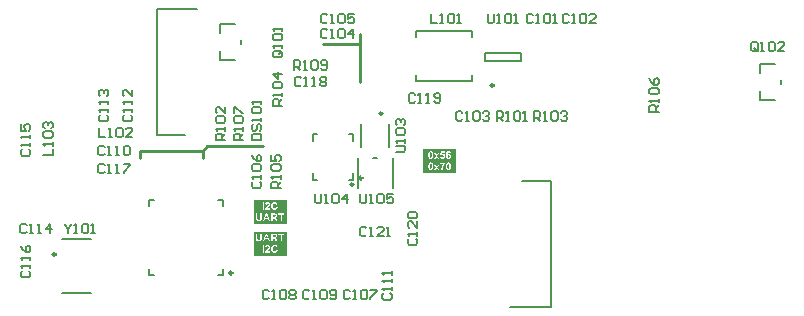
<source format=gto>
G04*
G04 #@! TF.GenerationSoftware,Altium Limited,Altium Designer,24.7.2 (38)*
G04*
G04 Layer_Color=65535*
%FSLAX44Y44*%
%MOMM*%
G71*
G04*
G04 #@! TF.SameCoordinates,5F2224E1-EEEE-49E5-A837-5A6DF9339696*
G04*
G04*
G04 #@! TF.FilePolarity,Positive*
G04*
G01*
G75*
%ADD10C,0.2500*%
%ADD11C,0.2540*%
%ADD12C,0.2000*%
G36*
X1322070Y1056687D02*
Y1046480D01*
X1294130D01*
Y1056687D01*
Y1066800D01*
X1322070D01*
Y1056687D01*
D02*
G37*
G36*
Y1083357D02*
Y1073150D01*
X1294130D01*
Y1083357D01*
Y1093470D01*
X1322070D01*
Y1083357D01*
D02*
G37*
G36*
X1465580Y1126537D02*
Y1116330D01*
X1437640D01*
Y1126537D01*
Y1136650D01*
X1465580D01*
Y1126537D01*
D02*
G37*
%LPC*%
G36*
X1301208Y1064992D02*
X1299916D01*
Y1061449D01*
Y1061316D01*
Y1061183D01*
X1299907Y1061069D01*
Y1060964D01*
X1299897Y1060774D01*
X1299888Y1060622D01*
X1299878Y1060508D01*
X1299869Y1060432D01*
X1299859Y1060385D01*
Y1060366D01*
X1299831Y1060252D01*
X1299783Y1060147D01*
X1299726Y1060052D01*
X1299669Y1059967D01*
X1299612Y1059900D01*
X1299565Y1059853D01*
X1299527Y1059824D01*
X1299517Y1059815D01*
X1299403Y1059739D01*
X1299270Y1059691D01*
X1299137Y1059653D01*
X1299004Y1059625D01*
X1298881Y1059606D01*
X1298786Y1059596D01*
X1298691D01*
X1298501Y1059606D01*
X1298330Y1059634D01*
X1298187Y1059672D01*
X1298064Y1059720D01*
X1297959Y1059758D01*
X1297893Y1059796D01*
X1297855Y1059824D01*
X1297836Y1059834D01*
X1297731Y1059929D01*
X1297646Y1060033D01*
X1297579Y1060138D01*
X1297522Y1060233D01*
X1297484Y1060328D01*
X1297465Y1060394D01*
X1297446Y1060442D01*
Y1060461D01*
X1297437Y1060518D01*
X1297427Y1060575D01*
X1297418Y1060736D01*
X1297408Y1060907D01*
Y1061088D01*
X1297399Y1061249D01*
Y1061325D01*
Y1061392D01*
Y1061449D01*
Y1061487D01*
Y1061515D01*
Y1061525D01*
Y1064992D01*
X1296107D01*
Y1061382D01*
X1296116Y1061202D01*
Y1061031D01*
X1296126Y1060879D01*
X1296135Y1060727D01*
X1296145Y1060594D01*
X1296154Y1060480D01*
X1296173Y1060366D01*
X1296183Y1060271D01*
X1296192Y1060185D01*
X1296202Y1060119D01*
X1296211Y1060062D01*
X1296221Y1060014D01*
Y1059986D01*
X1296230Y1059967D01*
Y1059957D01*
X1296268Y1059824D01*
X1296325Y1059691D01*
X1296382Y1059568D01*
X1296439Y1059463D01*
X1296496Y1059368D01*
X1296544Y1059302D01*
X1296582Y1059264D01*
X1296591Y1059245D01*
X1296705Y1059131D01*
X1296829Y1059017D01*
X1296952Y1058931D01*
X1297066Y1058846D01*
X1297180Y1058789D01*
X1297266Y1058741D01*
X1297323Y1058713D01*
X1297332Y1058703D01*
X1297342D01*
X1297437Y1058665D01*
X1297541Y1058637D01*
X1297760Y1058580D01*
X1297988Y1058542D01*
X1298216Y1058523D01*
X1298320Y1058513D01*
X1298415Y1058504D01*
X1298501D01*
X1298577Y1058494D01*
X1298729D01*
X1299004Y1058504D01*
X1299242Y1058523D01*
X1299451Y1058551D01*
X1299631Y1058589D01*
X1299764Y1058627D01*
X1299821Y1058637D01*
X1299869Y1058656D01*
X1299907Y1058665D01*
X1299935Y1058675D01*
X1299945Y1058684D01*
X1299954D01*
X1300125Y1058760D01*
X1300268Y1058846D01*
X1300401Y1058931D01*
X1300505Y1059017D01*
X1300591Y1059083D01*
X1300657Y1059140D01*
X1300695Y1059188D01*
X1300705Y1059197D01*
X1300800Y1059330D01*
X1300885Y1059463D01*
X1300952Y1059596D01*
X1301008Y1059729D01*
X1301046Y1059834D01*
X1301075Y1059929D01*
X1301094Y1059986D01*
Y1059995D01*
Y1060005D01*
X1301113Y1060100D01*
X1301132Y1060214D01*
X1301151Y1060328D01*
X1301160Y1060461D01*
X1301180Y1060727D01*
X1301198Y1060993D01*
Y1061126D01*
Y1061240D01*
X1301208Y1061344D01*
Y1064992D01*
D02*
G37*
G36*
X1320093D02*
X1315020D01*
Y1063909D01*
X1316920D01*
Y1058599D01*
X1318212D01*
Y1063909D01*
X1320093D01*
Y1064992D01*
D02*
G37*
G36*
X1311905D02*
X1309026D01*
Y1058599D01*
X1310318D01*
Y1061268D01*
X1310727D01*
X1310860Y1061259D01*
X1310974Y1061249D01*
X1311069Y1061230D01*
X1311135Y1061221D01*
X1311183Y1061202D01*
X1311211Y1061192D01*
X1311221D01*
X1311297Y1061164D01*
X1311373Y1061116D01*
X1311439Y1061078D01*
X1311496Y1061031D01*
X1311544Y1060993D01*
X1311582Y1060955D01*
X1311601Y1060936D01*
X1311610Y1060926D01*
X1311648Y1060888D01*
X1311696Y1060831D01*
X1311800Y1060698D01*
X1311914Y1060546D01*
X1312028Y1060385D01*
X1312133Y1060233D01*
X1312171Y1060166D01*
X1312218Y1060109D01*
X1312247Y1060052D01*
X1312275Y1060014D01*
X1312285Y1059995D01*
X1312294Y1059986D01*
X1313225Y1058599D01*
X1314774D01*
X1313985Y1059843D01*
X1313900Y1059976D01*
X1313824Y1060100D01*
X1313748Y1060214D01*
X1313681Y1060318D01*
X1313615Y1060413D01*
X1313557Y1060499D01*
X1313453Y1060641D01*
X1313367Y1060746D01*
X1313301Y1060822D01*
X1313263Y1060869D01*
X1313253Y1060879D01*
X1313149Y1060983D01*
X1313035Y1061088D01*
X1312921Y1061183D01*
X1312817Y1061259D01*
X1312712Y1061325D01*
X1312636Y1061373D01*
X1312589Y1061411D01*
X1312579Y1061420D01*
X1312570D01*
X1312722Y1061449D01*
X1312864Y1061477D01*
X1312997Y1061515D01*
X1313121Y1061563D01*
X1313235Y1061601D01*
X1313329Y1061658D01*
X1313425Y1061705D01*
X1313510Y1061753D01*
X1313586Y1061800D01*
X1313643Y1061848D01*
X1313700Y1061886D01*
X1313748Y1061924D01*
X1313776Y1061952D01*
X1313804Y1061981D01*
X1313824Y1061990D01*
Y1062000D01*
X1313900Y1062095D01*
X1313966Y1062190D01*
X1314070Y1062389D01*
X1314147Y1062589D01*
X1314194Y1062779D01*
X1314232Y1062940D01*
X1314241Y1063016D01*
Y1063073D01*
X1314251Y1063130D01*
Y1063168D01*
Y1063187D01*
Y1063197D01*
X1314241Y1063406D01*
X1314203Y1063596D01*
X1314165Y1063767D01*
X1314108Y1063919D01*
X1314061Y1064033D01*
X1314014Y1064128D01*
X1313976Y1064185D01*
X1313966Y1064204D01*
X1313852Y1064356D01*
X1313738Y1064479D01*
X1313615Y1064584D01*
X1313491Y1064669D01*
X1313387Y1064736D01*
X1313301Y1064783D01*
X1313244Y1064802D01*
X1313235Y1064812D01*
X1313225D01*
X1313130Y1064840D01*
X1313026Y1064869D01*
X1312798Y1064916D01*
X1312551Y1064945D01*
X1312304Y1064973D01*
X1312190D01*
X1312085Y1064983D01*
X1311990D01*
X1311905Y1064992D01*
D02*
G37*
G36*
X1305758D02*
X1304400D01*
X1301920Y1058599D01*
X1303289D01*
X1303811Y1060052D01*
X1306395D01*
X1306946Y1058599D01*
X1308342D01*
X1305758Y1064992D01*
D02*
G37*
G36*
X1312047Y1055473D02*
X1311933D01*
X1311686Y1055463D01*
X1311458Y1055435D01*
X1311240Y1055387D01*
X1311031Y1055340D01*
X1310841Y1055264D01*
X1310660Y1055197D01*
X1310499Y1055112D01*
X1310347Y1055036D01*
X1310214Y1054950D01*
X1310100Y1054865D01*
X1310005Y1054798D01*
X1309919Y1054732D01*
X1309853Y1054675D01*
X1309805Y1054627D01*
X1309777Y1054599D01*
X1309767Y1054589D01*
X1309625Y1054418D01*
X1309501Y1054228D01*
X1309387Y1054029D01*
X1309292Y1053829D01*
X1309216Y1053620D01*
X1309150Y1053421D01*
X1309093Y1053212D01*
X1309055Y1053022D01*
X1309017Y1052832D01*
X1308998Y1052661D01*
X1308979Y1052509D01*
X1308960Y1052376D01*
Y1052262D01*
X1308950Y1052176D01*
Y1052110D01*
X1308960Y1051834D01*
X1308988Y1051578D01*
X1309026Y1051331D01*
X1309074Y1051103D01*
X1309140Y1050894D01*
X1309207Y1050695D01*
X1309283Y1050514D01*
X1309359Y1050352D01*
X1309435Y1050210D01*
X1309511Y1050087D01*
X1309577Y1049982D01*
X1309644Y1049896D01*
X1309691Y1049820D01*
X1309729Y1049773D01*
X1309758Y1049744D01*
X1309767Y1049735D01*
X1309929Y1049583D01*
X1310090Y1049450D01*
X1310261Y1049336D01*
X1310442Y1049231D01*
X1310613Y1049156D01*
X1310784Y1049080D01*
X1310955Y1049023D01*
X1311116Y1048975D01*
X1311268Y1048947D01*
X1311411Y1048918D01*
X1311534Y1048899D01*
X1311648Y1048880D01*
X1311734D01*
X1311800Y1048870D01*
X1311857D01*
X1312047Y1048880D01*
X1312228Y1048889D01*
X1312399Y1048918D01*
X1312551Y1048947D01*
X1312703Y1048985D01*
X1312845Y1049032D01*
X1312968Y1049080D01*
X1313092Y1049127D01*
X1313197Y1049165D01*
X1313282Y1049212D01*
X1313367Y1049260D01*
X1313425Y1049298D01*
X1313481Y1049326D01*
X1313519Y1049355D01*
X1313539Y1049364D01*
X1313548Y1049374D01*
X1313672Y1049479D01*
X1313786Y1049593D01*
X1313985Y1049839D01*
X1314156Y1050096D01*
X1314289Y1050352D01*
X1314337Y1050467D01*
X1314384Y1050581D01*
X1314431Y1050685D01*
X1314460Y1050770D01*
X1314489Y1050837D01*
X1314507Y1050894D01*
X1314517Y1050932D01*
Y1050941D01*
X1313263Y1051331D01*
X1313197Y1051084D01*
X1313111Y1050865D01*
X1313026Y1050695D01*
X1312940Y1050543D01*
X1312854Y1050438D01*
X1312788Y1050362D01*
X1312750Y1050314D01*
X1312731Y1050295D01*
X1312589Y1050191D01*
X1312437Y1050106D01*
X1312285Y1050049D01*
X1312152Y1050011D01*
X1312028Y1049992D01*
X1311933Y1049982D01*
X1311895Y1049973D01*
X1311848D01*
X1311715Y1049982D01*
X1311601Y1049992D01*
X1311373Y1050049D01*
X1311183Y1050134D01*
X1311012Y1050229D01*
X1310879Y1050324D01*
X1310784Y1050409D01*
X1310755Y1050438D01*
X1310727Y1050467D01*
X1310717Y1050476D01*
X1310708Y1050486D01*
X1310632Y1050590D01*
X1310565Y1050704D01*
X1310508Y1050837D01*
X1310461Y1050970D01*
X1310385Y1051255D01*
X1310337Y1051540D01*
X1310318Y1051673D01*
X1310299Y1051796D01*
X1310290Y1051910D01*
Y1052005D01*
X1310280Y1052091D01*
Y1052148D01*
Y1052195D01*
Y1052205D01*
X1310290Y1052414D01*
X1310299Y1052604D01*
X1310318Y1052784D01*
X1310347Y1052946D01*
X1310385Y1053098D01*
X1310423Y1053231D01*
X1310461Y1053354D01*
X1310499Y1053459D01*
X1310537Y1053554D01*
X1310575Y1053639D01*
X1310613Y1053706D01*
X1310651Y1053763D01*
X1310679Y1053801D01*
X1310698Y1053829D01*
X1310717Y1053848D01*
Y1053858D01*
X1310803Y1053953D01*
X1310898Y1054029D01*
X1310993Y1054095D01*
X1311088Y1054152D01*
X1311278Y1054247D01*
X1311468Y1054304D01*
X1311629Y1054342D01*
X1311696Y1054352D01*
X1311762Y1054361D01*
X1311810Y1054371D01*
X1311876D01*
X1312057Y1054361D01*
X1312228Y1054323D01*
X1312380Y1054276D01*
X1312503Y1054228D01*
X1312608Y1054171D01*
X1312684Y1054124D01*
X1312731Y1054086D01*
X1312750Y1054076D01*
X1312874Y1053962D01*
X1312978Y1053839D01*
X1313064Y1053706D01*
X1313121Y1053582D01*
X1313168Y1053468D01*
X1313206Y1053383D01*
X1313215Y1053345D01*
Y1053316D01*
X1313225Y1053307D01*
Y1053297D01*
X1314498Y1053601D01*
X1314403Y1053867D01*
X1314308Y1054105D01*
X1314194Y1054304D01*
X1314090Y1054475D01*
X1313994Y1054599D01*
X1313918Y1054694D01*
X1313862Y1054751D01*
X1313852Y1054770D01*
X1313842D01*
X1313700Y1054893D01*
X1313548Y1054998D01*
X1313396Y1055093D01*
X1313235Y1055178D01*
X1313073Y1055245D01*
X1312921Y1055302D01*
X1312760Y1055349D01*
X1312617Y1055387D01*
X1312475Y1055416D01*
X1312342Y1055435D01*
X1312228Y1055454D01*
X1312133Y1055463D01*
X1312047Y1055473D01*
D02*
G37*
G36*
X1306138Y1055397D02*
X1305882D01*
X1305730Y1055378D01*
X1305445Y1055330D01*
X1305198Y1055254D01*
X1305093Y1055216D01*
X1304989Y1055178D01*
X1304903Y1055131D01*
X1304818Y1055093D01*
X1304751Y1055055D01*
X1304694Y1055017D01*
X1304647Y1054988D01*
X1304618Y1054969D01*
X1304599Y1054960D01*
X1304590Y1054950D01*
X1304485Y1054865D01*
X1304400Y1054760D01*
X1304314Y1054656D01*
X1304248Y1054542D01*
X1304124Y1054295D01*
X1304039Y1054057D01*
X1304010Y1053943D01*
X1303982Y1053839D01*
X1303953Y1053744D01*
X1303944Y1053658D01*
X1303925Y1053592D01*
Y1053544D01*
X1303915Y1053506D01*
Y1053497D01*
X1305141Y1053383D01*
X1305160Y1053573D01*
X1305198Y1053725D01*
X1305236Y1053858D01*
X1305283Y1053962D01*
X1305321Y1054038D01*
X1305359Y1054095D01*
X1305388Y1054133D01*
X1305397Y1054143D01*
X1305492Y1054219D01*
X1305587Y1054276D01*
X1305692Y1054323D01*
X1305796Y1054352D01*
X1305882Y1054371D01*
X1305948Y1054380D01*
X1306015D01*
X1306157Y1054371D01*
X1306271Y1054342D01*
X1306376Y1054304D01*
X1306461Y1054266D01*
X1306537Y1054228D01*
X1306585Y1054190D01*
X1306613Y1054162D01*
X1306623Y1054152D01*
X1306699Y1054067D01*
X1306756Y1053962D01*
X1306794Y1053858D01*
X1306822Y1053753D01*
X1306841Y1053668D01*
X1306851Y1053592D01*
Y1053544D01*
Y1053535D01*
Y1053525D01*
X1306841Y1053383D01*
X1306813Y1053250D01*
X1306765Y1053126D01*
X1306727Y1053012D01*
X1306680Y1052917D01*
X1306632Y1052841D01*
X1306604Y1052794D01*
X1306594Y1052775D01*
X1306556Y1052718D01*
X1306499Y1052651D01*
X1306433Y1052575D01*
X1306357Y1052499D01*
X1306186Y1052319D01*
X1306015Y1052148D01*
X1305844Y1051986D01*
X1305768Y1051920D01*
X1305701Y1051853D01*
X1305644Y1051806D01*
X1305606Y1051768D01*
X1305578Y1051739D01*
X1305568Y1051730D01*
X1305388Y1051559D01*
X1305217Y1051388D01*
X1305065Y1051236D01*
X1304922Y1051084D01*
X1304799Y1050951D01*
X1304685Y1050818D01*
X1304580Y1050704D01*
X1304495Y1050600D01*
X1304419Y1050505D01*
X1304352Y1050428D01*
X1304305Y1050352D01*
X1304267Y1050295D01*
X1304229Y1050248D01*
X1304210Y1050219D01*
X1304191Y1050201D01*
Y1050191D01*
X1304077Y1049973D01*
X1303982Y1049754D01*
X1303906Y1049555D01*
X1303849Y1049364D01*
X1303811Y1049203D01*
X1303801Y1049137D01*
X1303792Y1049080D01*
X1303782Y1049042D01*
X1303773Y1049004D01*
Y1048975D01*
X1308076D01*
Y1050115D01*
X1305625D01*
X1305701Y1050238D01*
X1305787Y1050343D01*
X1305815Y1050381D01*
X1305844Y1050419D01*
X1305863Y1050438D01*
X1305872Y1050447D01*
X1305910Y1050486D01*
X1305948Y1050533D01*
X1306053Y1050638D01*
X1306176Y1050751D01*
X1306300Y1050875D01*
X1306423Y1050980D01*
X1306518Y1051075D01*
X1306556Y1051113D01*
X1306585Y1051141D01*
X1306604Y1051151D01*
X1306613Y1051160D01*
X1306813Y1051350D01*
X1306984Y1051511D01*
X1307126Y1051654D01*
X1307240Y1051768D01*
X1307316Y1051863D01*
X1307373Y1051920D01*
X1307411Y1051967D01*
X1307421Y1051977D01*
X1307544Y1052138D01*
X1307639Y1052281D01*
X1307725Y1052423D01*
X1307801Y1052547D01*
X1307848Y1052651D01*
X1307886Y1052727D01*
X1307905Y1052775D01*
X1307915Y1052794D01*
X1307972Y1052936D01*
X1308010Y1053088D01*
X1308038Y1053221D01*
X1308057Y1053345D01*
X1308067Y1053459D01*
X1308076Y1053535D01*
Y1053611D01*
X1308067Y1053753D01*
X1308057Y1053886D01*
X1308029Y1054010D01*
X1307991Y1054133D01*
X1307905Y1054352D01*
X1307801Y1054532D01*
X1307753Y1054608D01*
X1307696Y1054684D01*
X1307649Y1054741D01*
X1307611Y1054789D01*
X1307573Y1054836D01*
X1307554Y1054865D01*
X1307535Y1054874D01*
X1307525Y1054884D01*
X1307421Y1054979D01*
X1307307Y1055055D01*
X1307183Y1055121D01*
X1307069Y1055178D01*
X1306822Y1055273D01*
X1306585Y1055330D01*
X1306471Y1055359D01*
X1306366Y1055368D01*
X1306281Y1055378D01*
X1306195Y1055387D01*
X1306138Y1055397D01*
D02*
G37*
G36*
X1302975Y1055368D02*
X1301683D01*
Y1048975D01*
X1302975D01*
Y1055368D01*
D02*
G37*
%LPD*%
G36*
X1311886Y1063900D02*
X1312085D01*
X1312171Y1063890D01*
X1312218D01*
X1312247Y1063881D01*
X1312256D01*
X1312370Y1063852D01*
X1312465Y1063824D01*
X1312551Y1063786D01*
X1312617Y1063738D01*
X1312674Y1063700D01*
X1312712Y1063662D01*
X1312731Y1063643D01*
X1312741Y1063634D01*
X1312798Y1063558D01*
X1312845Y1063472D01*
X1312874Y1063377D01*
X1312902Y1063301D01*
X1312912Y1063225D01*
X1312921Y1063168D01*
Y1063130D01*
Y1063111D01*
X1312912Y1063007D01*
X1312902Y1062912D01*
X1312883Y1062836D01*
X1312854Y1062760D01*
X1312826Y1062703D01*
X1312807Y1062665D01*
X1312798Y1062636D01*
X1312788Y1062627D01*
X1312731Y1062560D01*
X1312674Y1062503D01*
X1312617Y1062456D01*
X1312551Y1062427D01*
X1312503Y1062399D01*
X1312456Y1062380D01*
X1312427Y1062361D01*
X1312418D01*
X1312370Y1062351D01*
X1312304Y1062332D01*
X1312228Y1062323D01*
X1312142Y1062313D01*
X1311952Y1062304D01*
X1311762Y1062294D01*
X1311572Y1062285D01*
X1310318D01*
Y1063909D01*
X1311800D01*
X1311886Y1063900D01*
D02*
G37*
G36*
X1305967Y1061135D02*
X1304210D01*
X1305074Y1063501D01*
X1305967Y1061135D01*
D02*
G37*
%LPC*%
G36*
X1312047Y1091714D02*
X1311933D01*
X1311686Y1091705D01*
X1311458Y1091676D01*
X1311240Y1091629D01*
X1311031Y1091581D01*
X1310841Y1091505D01*
X1310660Y1091439D01*
X1310499Y1091353D01*
X1310347Y1091277D01*
X1310214Y1091192D01*
X1310100Y1091106D01*
X1310005Y1091040D01*
X1309919Y1090974D01*
X1309853Y1090917D01*
X1309805Y1090869D01*
X1309777Y1090841D01*
X1309767Y1090831D01*
X1309625Y1090660D01*
X1309501Y1090470D01*
X1309387Y1090270D01*
X1309292Y1090071D01*
X1309216Y1089862D01*
X1309150Y1089662D01*
X1309093Y1089454D01*
X1309055Y1089264D01*
X1309017Y1089073D01*
X1308998Y1088903D01*
X1308979Y1088751D01*
X1308960Y1088618D01*
Y1088504D01*
X1308950Y1088418D01*
Y1088352D01*
X1308960Y1088076D01*
X1308988Y1087820D01*
X1309026Y1087573D01*
X1309074Y1087345D01*
X1309140Y1087136D01*
X1309207Y1086936D01*
X1309283Y1086756D01*
X1309359Y1086594D01*
X1309435Y1086452D01*
X1309511Y1086328D01*
X1309577Y1086224D01*
X1309644Y1086138D01*
X1309691Y1086062D01*
X1309729Y1086015D01*
X1309758Y1085986D01*
X1309767Y1085977D01*
X1309929Y1085825D01*
X1310090Y1085692D01*
X1310261Y1085578D01*
X1310442Y1085473D01*
X1310613Y1085397D01*
X1310784Y1085321D01*
X1310955Y1085264D01*
X1311116Y1085217D01*
X1311268Y1085188D01*
X1311411Y1085160D01*
X1311534Y1085141D01*
X1311648Y1085122D01*
X1311734D01*
X1311800Y1085112D01*
X1311857D01*
X1312047Y1085122D01*
X1312228Y1085131D01*
X1312399Y1085160D01*
X1312551Y1085188D01*
X1312703Y1085226D01*
X1312845Y1085274D01*
X1312968Y1085321D01*
X1313092Y1085369D01*
X1313197Y1085407D01*
X1313282Y1085454D01*
X1313367Y1085502D01*
X1313425Y1085540D01*
X1313481Y1085568D01*
X1313519Y1085597D01*
X1313539Y1085606D01*
X1313548Y1085616D01*
X1313672Y1085720D01*
X1313786Y1085834D01*
X1313985Y1086081D01*
X1314156Y1086338D01*
X1314289Y1086594D01*
X1314337Y1086708D01*
X1314384Y1086822D01*
X1314431Y1086927D01*
X1314460Y1087012D01*
X1314489Y1087079D01*
X1314507Y1087136D01*
X1314517Y1087174D01*
Y1087183D01*
X1313263Y1087573D01*
X1313197Y1087326D01*
X1313111Y1087107D01*
X1313026Y1086936D01*
X1312940Y1086784D01*
X1312854Y1086680D01*
X1312788Y1086604D01*
X1312750Y1086556D01*
X1312731Y1086537D01*
X1312589Y1086433D01*
X1312437Y1086347D01*
X1312285Y1086290D01*
X1312152Y1086252D01*
X1312028Y1086233D01*
X1311933Y1086224D01*
X1311895Y1086214D01*
X1311848D01*
X1311715Y1086224D01*
X1311601Y1086233D01*
X1311373Y1086290D01*
X1311183Y1086376D01*
X1311012Y1086471D01*
X1310879Y1086566D01*
X1310784Y1086651D01*
X1310755Y1086680D01*
X1310727Y1086708D01*
X1310717Y1086718D01*
X1310708Y1086727D01*
X1310632Y1086832D01*
X1310565Y1086946D01*
X1310508Y1087079D01*
X1310461Y1087212D01*
X1310385Y1087497D01*
X1310337Y1087782D01*
X1310318Y1087915D01*
X1310299Y1088038D01*
X1310290Y1088152D01*
Y1088247D01*
X1310280Y1088333D01*
Y1088390D01*
Y1088437D01*
Y1088447D01*
X1310290Y1088656D01*
X1310299Y1088846D01*
X1310318Y1089026D01*
X1310347Y1089187D01*
X1310385Y1089340D01*
X1310423Y1089473D01*
X1310461Y1089596D01*
X1310499Y1089700D01*
X1310537Y1089796D01*
X1310575Y1089881D01*
X1310613Y1089948D01*
X1310651Y1090005D01*
X1310679Y1090042D01*
X1310698Y1090071D01*
X1310717Y1090090D01*
Y1090099D01*
X1310803Y1090194D01*
X1310898Y1090270D01*
X1310993Y1090337D01*
X1311088Y1090394D01*
X1311278Y1090489D01*
X1311468Y1090546D01*
X1311629Y1090584D01*
X1311696Y1090593D01*
X1311762Y1090603D01*
X1311810Y1090612D01*
X1311876D01*
X1312057Y1090603D01*
X1312228Y1090565D01*
X1312380Y1090518D01*
X1312503Y1090470D01*
X1312608Y1090413D01*
X1312684Y1090366D01*
X1312731Y1090328D01*
X1312750Y1090318D01*
X1312874Y1090204D01*
X1312978Y1090080D01*
X1313064Y1089948D01*
X1313121Y1089824D01*
X1313168Y1089710D01*
X1313206Y1089624D01*
X1313215Y1089586D01*
Y1089558D01*
X1313225Y1089548D01*
Y1089539D01*
X1314498Y1089843D01*
X1314403Y1090109D01*
X1314308Y1090347D01*
X1314194Y1090546D01*
X1314090Y1090717D01*
X1313994Y1090841D01*
X1313918Y1090936D01*
X1313862Y1090993D01*
X1313852Y1091012D01*
X1313842D01*
X1313700Y1091135D01*
X1313548Y1091239D01*
X1313396Y1091334D01*
X1313235Y1091420D01*
X1313073Y1091486D01*
X1312921Y1091543D01*
X1312760Y1091591D01*
X1312617Y1091629D01*
X1312475Y1091657D01*
X1312342Y1091676D01*
X1312228Y1091695D01*
X1312133Y1091705D01*
X1312047Y1091714D01*
D02*
G37*
G36*
X1306138Y1091638D02*
X1305882D01*
X1305730Y1091619D01*
X1305445Y1091572D01*
X1305198Y1091496D01*
X1305093Y1091458D01*
X1304989Y1091420D01*
X1304903Y1091372D01*
X1304818Y1091334D01*
X1304751Y1091296D01*
X1304694Y1091258D01*
X1304647Y1091230D01*
X1304618Y1091211D01*
X1304599Y1091201D01*
X1304590Y1091192D01*
X1304485Y1091106D01*
X1304400Y1091002D01*
X1304314Y1090898D01*
X1304248Y1090783D01*
X1304124Y1090536D01*
X1304039Y1090299D01*
X1304010Y1090185D01*
X1303982Y1090080D01*
X1303953Y1089986D01*
X1303944Y1089900D01*
X1303925Y1089834D01*
Y1089786D01*
X1303915Y1089748D01*
Y1089738D01*
X1305141Y1089624D01*
X1305160Y1089815D01*
X1305198Y1089967D01*
X1305236Y1090099D01*
X1305283Y1090204D01*
X1305321Y1090280D01*
X1305359Y1090337D01*
X1305388Y1090375D01*
X1305397Y1090385D01*
X1305492Y1090461D01*
X1305587Y1090518D01*
X1305692Y1090565D01*
X1305796Y1090593D01*
X1305882Y1090612D01*
X1305948Y1090622D01*
X1306015D01*
X1306157Y1090612D01*
X1306271Y1090584D01*
X1306376Y1090546D01*
X1306461Y1090508D01*
X1306537Y1090470D01*
X1306585Y1090432D01*
X1306613Y1090404D01*
X1306623Y1090394D01*
X1306699Y1090309D01*
X1306756Y1090204D01*
X1306794Y1090099D01*
X1306822Y1089995D01*
X1306841Y1089910D01*
X1306851Y1089834D01*
Y1089786D01*
Y1089777D01*
Y1089767D01*
X1306841Y1089624D01*
X1306813Y1089492D01*
X1306765Y1089368D01*
X1306727Y1089254D01*
X1306680Y1089159D01*
X1306632Y1089083D01*
X1306604Y1089035D01*
X1306594Y1089016D01*
X1306556Y1088960D01*
X1306499Y1088893D01*
X1306433Y1088817D01*
X1306357Y1088741D01*
X1306186Y1088561D01*
X1306015Y1088390D01*
X1305844Y1088228D01*
X1305768Y1088162D01*
X1305701Y1088095D01*
X1305644Y1088048D01*
X1305606Y1088010D01*
X1305578Y1087981D01*
X1305568Y1087972D01*
X1305388Y1087801D01*
X1305217Y1087630D01*
X1305065Y1087478D01*
X1304922Y1087326D01*
X1304799Y1087193D01*
X1304685Y1087060D01*
X1304580Y1086946D01*
X1304495Y1086841D01*
X1304419Y1086746D01*
X1304352Y1086670D01*
X1304305Y1086594D01*
X1304267Y1086537D01*
X1304229Y1086490D01*
X1304210Y1086461D01*
X1304191Y1086442D01*
Y1086433D01*
X1304077Y1086214D01*
X1303982Y1085996D01*
X1303906Y1085796D01*
X1303849Y1085606D01*
X1303811Y1085445D01*
X1303801Y1085378D01*
X1303792Y1085321D01*
X1303782Y1085283D01*
X1303773Y1085245D01*
Y1085217D01*
X1308076D01*
Y1086357D01*
X1305625D01*
X1305701Y1086480D01*
X1305787Y1086585D01*
X1305815Y1086623D01*
X1305844Y1086661D01*
X1305863Y1086680D01*
X1305872Y1086689D01*
X1305910Y1086727D01*
X1305948Y1086775D01*
X1306053Y1086879D01*
X1306176Y1086993D01*
X1306300Y1087117D01*
X1306423Y1087221D01*
X1306518Y1087316D01*
X1306556Y1087354D01*
X1306585Y1087383D01*
X1306604Y1087392D01*
X1306613Y1087402D01*
X1306813Y1087592D01*
X1306984Y1087753D01*
X1307126Y1087896D01*
X1307240Y1088010D01*
X1307316Y1088105D01*
X1307373Y1088162D01*
X1307411Y1088209D01*
X1307421Y1088219D01*
X1307544Y1088380D01*
X1307639Y1088523D01*
X1307725Y1088665D01*
X1307801Y1088789D01*
X1307848Y1088893D01*
X1307886Y1088969D01*
X1307905Y1089016D01*
X1307915Y1089035D01*
X1307972Y1089178D01*
X1308010Y1089330D01*
X1308038Y1089463D01*
X1308057Y1089586D01*
X1308067Y1089700D01*
X1308076Y1089777D01*
Y1089853D01*
X1308067Y1089995D01*
X1308057Y1090128D01*
X1308029Y1090251D01*
X1307991Y1090375D01*
X1307905Y1090593D01*
X1307801Y1090774D01*
X1307753Y1090850D01*
X1307696Y1090926D01*
X1307649Y1090983D01*
X1307611Y1091031D01*
X1307573Y1091078D01*
X1307554Y1091106D01*
X1307535Y1091116D01*
X1307525Y1091125D01*
X1307421Y1091220D01*
X1307307Y1091296D01*
X1307183Y1091363D01*
X1307069Y1091420D01*
X1306822Y1091515D01*
X1306585Y1091572D01*
X1306471Y1091600D01*
X1306366Y1091610D01*
X1306281Y1091619D01*
X1306195Y1091629D01*
X1306138Y1091638D01*
D02*
G37*
G36*
X1302975Y1091610D02*
X1301683D01*
Y1085217D01*
X1302975D01*
Y1091610D01*
D02*
G37*
G36*
X1301208Y1082091D02*
X1299916D01*
Y1078547D01*
Y1078414D01*
Y1078281D01*
X1299907Y1078167D01*
Y1078063D01*
X1299897Y1077873D01*
X1299888Y1077721D01*
X1299878Y1077607D01*
X1299869Y1077531D01*
X1299859Y1077483D01*
Y1077464D01*
X1299831Y1077350D01*
X1299783Y1077246D01*
X1299726Y1077151D01*
X1299669Y1077065D01*
X1299612Y1076999D01*
X1299565Y1076951D01*
X1299527Y1076923D01*
X1299517Y1076913D01*
X1299403Y1076837D01*
X1299270Y1076790D01*
X1299137Y1076752D01*
X1299004Y1076723D01*
X1298881Y1076704D01*
X1298786Y1076695D01*
X1298691D01*
X1298501Y1076704D01*
X1298330Y1076733D01*
X1298187Y1076771D01*
X1298064Y1076818D01*
X1297959Y1076856D01*
X1297893Y1076894D01*
X1297855Y1076923D01*
X1297836Y1076932D01*
X1297731Y1077027D01*
X1297646Y1077132D01*
X1297579Y1077236D01*
X1297522Y1077331D01*
X1297484Y1077426D01*
X1297465Y1077493D01*
X1297446Y1077540D01*
Y1077559D01*
X1297437Y1077616D01*
X1297427Y1077673D01*
X1297418Y1077835D01*
X1297408Y1078006D01*
Y1078186D01*
X1297399Y1078348D01*
Y1078424D01*
Y1078490D01*
Y1078547D01*
Y1078585D01*
Y1078614D01*
Y1078623D01*
Y1082091D01*
X1296107D01*
Y1078481D01*
X1296116Y1078300D01*
Y1078129D01*
X1296126Y1077977D01*
X1296135Y1077825D01*
X1296145Y1077692D01*
X1296154Y1077578D01*
X1296173Y1077464D01*
X1296183Y1077369D01*
X1296192Y1077284D01*
X1296202Y1077217D01*
X1296211Y1077160D01*
X1296221Y1077113D01*
Y1077084D01*
X1296230Y1077065D01*
Y1077056D01*
X1296268Y1076923D01*
X1296325Y1076790D01*
X1296382Y1076666D01*
X1296439Y1076562D01*
X1296496Y1076467D01*
X1296544Y1076400D01*
X1296582Y1076362D01*
X1296591Y1076343D01*
X1296705Y1076229D01*
X1296829Y1076115D01*
X1296952Y1076030D01*
X1297066Y1075944D01*
X1297180Y1075887D01*
X1297266Y1075840D01*
X1297323Y1075811D01*
X1297332Y1075802D01*
X1297342D01*
X1297437Y1075764D01*
X1297541Y1075735D01*
X1297760Y1075678D01*
X1297988Y1075640D01*
X1298216Y1075621D01*
X1298320Y1075612D01*
X1298415Y1075602D01*
X1298501D01*
X1298577Y1075593D01*
X1298729D01*
X1299004Y1075602D01*
X1299242Y1075621D01*
X1299451Y1075650D01*
X1299631Y1075688D01*
X1299764Y1075726D01*
X1299821Y1075735D01*
X1299869Y1075754D01*
X1299907Y1075764D01*
X1299935Y1075773D01*
X1299945Y1075783D01*
X1299954D01*
X1300125Y1075859D01*
X1300268Y1075944D01*
X1300401Y1076030D01*
X1300505Y1076115D01*
X1300591Y1076182D01*
X1300657Y1076239D01*
X1300695Y1076286D01*
X1300705Y1076296D01*
X1300800Y1076429D01*
X1300885Y1076562D01*
X1300952Y1076695D01*
X1301008Y1076828D01*
X1301046Y1076932D01*
X1301075Y1077027D01*
X1301094Y1077084D01*
Y1077094D01*
Y1077103D01*
X1301113Y1077198D01*
X1301132Y1077312D01*
X1301151Y1077426D01*
X1301160Y1077559D01*
X1301180Y1077825D01*
X1301198Y1078091D01*
Y1078224D01*
Y1078338D01*
X1301208Y1078443D01*
Y1082091D01*
D02*
G37*
G36*
X1320093D02*
X1315020D01*
Y1081008D01*
X1316920D01*
Y1075697D01*
X1318212D01*
Y1081008D01*
X1320093D01*
Y1082091D01*
D02*
G37*
G36*
X1311905D02*
X1309026D01*
Y1075697D01*
X1310318D01*
Y1078367D01*
X1310727D01*
X1310860Y1078357D01*
X1310974Y1078348D01*
X1311069Y1078329D01*
X1311135Y1078319D01*
X1311183Y1078300D01*
X1311211Y1078291D01*
X1311221D01*
X1311297Y1078262D01*
X1311373Y1078215D01*
X1311439Y1078177D01*
X1311496Y1078129D01*
X1311544Y1078091D01*
X1311582Y1078053D01*
X1311601Y1078034D01*
X1311610Y1078025D01*
X1311648Y1077987D01*
X1311696Y1077930D01*
X1311800Y1077797D01*
X1311914Y1077645D01*
X1312028Y1077483D01*
X1312133Y1077331D01*
X1312171Y1077265D01*
X1312218Y1077208D01*
X1312247Y1077151D01*
X1312275Y1077113D01*
X1312285Y1077094D01*
X1312294Y1077084D01*
X1313225Y1075697D01*
X1314774D01*
X1313985Y1076942D01*
X1313900Y1077075D01*
X1313824Y1077198D01*
X1313748Y1077312D01*
X1313681Y1077417D01*
X1313615Y1077512D01*
X1313557Y1077597D01*
X1313453Y1077740D01*
X1313367Y1077844D01*
X1313301Y1077920D01*
X1313263Y1077968D01*
X1313253Y1077977D01*
X1313149Y1078082D01*
X1313035Y1078186D01*
X1312921Y1078281D01*
X1312817Y1078357D01*
X1312712Y1078424D01*
X1312636Y1078471D01*
X1312589Y1078509D01*
X1312579Y1078519D01*
X1312570D01*
X1312722Y1078547D01*
X1312864Y1078576D01*
X1312997Y1078614D01*
X1313121Y1078661D01*
X1313235Y1078699D01*
X1313329Y1078756D01*
X1313425Y1078804D01*
X1313510Y1078851D01*
X1313586Y1078899D01*
X1313643Y1078946D01*
X1313700Y1078984D01*
X1313748Y1079022D01*
X1313776Y1079051D01*
X1313804Y1079079D01*
X1313824Y1079089D01*
Y1079098D01*
X1313900Y1079193D01*
X1313966Y1079288D01*
X1314070Y1079488D01*
X1314147Y1079687D01*
X1314194Y1079877D01*
X1314232Y1080039D01*
X1314241Y1080115D01*
Y1080172D01*
X1314251Y1080229D01*
Y1080267D01*
Y1080286D01*
Y1080295D01*
X1314241Y1080504D01*
X1314203Y1080694D01*
X1314165Y1080865D01*
X1314108Y1081017D01*
X1314061Y1081131D01*
X1314014Y1081226D01*
X1313976Y1081283D01*
X1313966Y1081302D01*
X1313852Y1081454D01*
X1313738Y1081578D01*
X1313615Y1081682D01*
X1313491Y1081768D01*
X1313387Y1081834D01*
X1313301Y1081881D01*
X1313244Y1081900D01*
X1313235Y1081910D01*
X1313225D01*
X1313130Y1081938D01*
X1313026Y1081967D01*
X1312798Y1082014D01*
X1312551Y1082043D01*
X1312304Y1082072D01*
X1312190D01*
X1312085Y1082081D01*
X1311990D01*
X1311905Y1082091D01*
D02*
G37*
G36*
X1305758D02*
X1304400D01*
X1301920Y1075697D01*
X1303289D01*
X1303811Y1077151D01*
X1306395D01*
X1306946Y1075697D01*
X1308342D01*
X1305758Y1082091D01*
D02*
G37*
%LPD*%
G36*
X1311886Y1080998D02*
X1312085D01*
X1312171Y1080989D01*
X1312218D01*
X1312247Y1080979D01*
X1312256D01*
X1312370Y1080951D01*
X1312465Y1080922D01*
X1312551Y1080884D01*
X1312617Y1080837D01*
X1312674Y1080799D01*
X1312712Y1080761D01*
X1312731Y1080742D01*
X1312741Y1080732D01*
X1312798Y1080656D01*
X1312845Y1080571D01*
X1312874Y1080476D01*
X1312902Y1080400D01*
X1312912Y1080324D01*
X1312921Y1080267D01*
Y1080229D01*
Y1080210D01*
X1312912Y1080105D01*
X1312902Y1080010D01*
X1312883Y1079934D01*
X1312854Y1079858D01*
X1312826Y1079801D01*
X1312807Y1079763D01*
X1312798Y1079735D01*
X1312788Y1079725D01*
X1312731Y1079659D01*
X1312674Y1079602D01*
X1312617Y1079554D01*
X1312551Y1079526D01*
X1312503Y1079497D01*
X1312456Y1079478D01*
X1312427Y1079459D01*
X1312418D01*
X1312370Y1079450D01*
X1312304Y1079431D01*
X1312228Y1079421D01*
X1312142Y1079412D01*
X1311952Y1079402D01*
X1311762Y1079393D01*
X1311572Y1079383D01*
X1310318D01*
Y1081008D01*
X1311800D01*
X1311886Y1080998D01*
D02*
G37*
G36*
X1305967Y1078234D02*
X1304210D01*
X1305074Y1080599D01*
X1305967Y1078234D01*
D02*
G37*
%LPC*%
G36*
X1459338Y1134856D02*
X1459271D01*
X1459081Y1134847D01*
X1458901Y1134828D01*
X1458730Y1134780D01*
X1458569Y1134733D01*
X1458416Y1134676D01*
X1458274Y1134609D01*
X1458150Y1134543D01*
X1458036Y1134467D01*
X1457932Y1134391D01*
X1457837Y1134324D01*
X1457761Y1134258D01*
X1457695Y1134201D01*
X1457647Y1134154D01*
X1457609Y1134116D01*
X1457590Y1134087D01*
X1457581Y1134078D01*
X1457466Y1133925D01*
X1457372Y1133745D01*
X1457286Y1133555D01*
X1457210Y1133355D01*
X1457144Y1133147D01*
X1457096Y1132937D01*
X1457020Y1132520D01*
X1456991Y1132320D01*
X1456973Y1132140D01*
X1456953Y1131969D01*
X1456944Y1131826D01*
X1456935Y1131712D01*
Y1131541D01*
X1456944Y1131228D01*
X1456963Y1130943D01*
X1456991Y1130677D01*
X1457030Y1130439D01*
X1457077Y1130211D01*
X1457134Y1130012D01*
X1457182Y1129831D01*
X1457248Y1129670D01*
X1457305Y1129527D01*
X1457352Y1129413D01*
X1457410Y1129309D01*
X1457457Y1129223D01*
X1457495Y1129166D01*
X1457523Y1129119D01*
X1457543Y1129090D01*
X1457552Y1129081D01*
X1457675Y1128948D01*
X1457799Y1128834D01*
X1457932Y1128729D01*
X1458065Y1128644D01*
X1458198Y1128577D01*
X1458331Y1128511D01*
X1458454Y1128463D01*
X1458578Y1128425D01*
X1458692Y1128397D01*
X1458806Y1128368D01*
X1458901Y1128349D01*
X1458977Y1128340D01*
X1459043D01*
X1459100Y1128330D01*
X1459138D01*
X1459300Y1128340D01*
X1459461Y1128359D01*
X1459613Y1128387D01*
X1459746Y1128425D01*
X1459879Y1128463D01*
X1460003Y1128520D01*
X1460117Y1128568D01*
X1460221Y1128625D01*
X1460307Y1128682D01*
X1460392Y1128729D01*
X1460459Y1128786D01*
X1460516Y1128824D01*
X1460563Y1128862D01*
X1460592Y1128891D01*
X1460611Y1128910D01*
X1460620Y1128919D01*
X1460725Y1129033D01*
X1460810Y1129157D01*
X1460886Y1129280D01*
X1460953Y1129413D01*
X1461010Y1129546D01*
X1461057Y1129670D01*
X1461124Y1129926D01*
X1461152Y1130040D01*
X1461171Y1130145D01*
X1461181Y1130240D01*
X1461190Y1130325D01*
X1461200Y1130392D01*
Y1130487D01*
X1461190Y1130658D01*
X1461181Y1130819D01*
X1461152Y1130971D01*
X1461114Y1131114D01*
X1461076Y1131247D01*
X1461029Y1131370D01*
X1460972Y1131484D01*
X1460924Y1131589D01*
X1460877Y1131684D01*
X1460820Y1131769D01*
X1460772Y1131836D01*
X1460734Y1131893D01*
X1460696Y1131940D01*
X1460677Y1131969D01*
X1460658Y1131988D01*
X1460649Y1131997D01*
X1460544Y1132102D01*
X1460440Y1132187D01*
X1460326Y1132272D01*
X1460212Y1132339D01*
X1460107Y1132396D01*
X1459993Y1132443D01*
X1459794Y1132510D01*
X1459613Y1132558D01*
X1459537Y1132567D01*
X1459471Y1132577D01*
X1459414Y1132586D01*
X1459338D01*
X1459214Y1132577D01*
X1459091Y1132567D01*
X1458986Y1132539D01*
X1458872Y1132501D01*
X1458683Y1132415D01*
X1458512Y1132320D01*
X1458378Y1132215D01*
X1458284Y1132130D01*
X1458246Y1132092D01*
X1458217Y1132064D01*
X1458208Y1132054D01*
X1458198Y1132045D01*
X1458217Y1132244D01*
X1458236Y1132424D01*
X1458255Y1132586D01*
X1458284Y1132729D01*
X1458312Y1132861D01*
X1458340Y1132985D01*
X1458369Y1133090D01*
X1458398Y1133175D01*
X1458426Y1133251D01*
X1458454Y1133317D01*
X1458474Y1133374D01*
X1458502Y1133412D01*
X1458512Y1133450D01*
X1458530Y1133469D01*
X1458540Y1133488D01*
X1458645Y1133603D01*
X1458758Y1133688D01*
X1458863Y1133755D01*
X1458967Y1133792D01*
X1459062Y1133821D01*
X1459129Y1133830D01*
X1459176Y1133840D01*
X1459195D01*
X1459300Y1133830D01*
X1459385Y1133811D01*
X1459471Y1133783D01*
X1459537Y1133755D01*
X1459585Y1133717D01*
X1459632Y1133688D01*
X1459651Y1133669D01*
X1459661Y1133660D01*
X1459727Y1133584D01*
X1459775Y1133508D01*
X1459822Y1133412D01*
X1459851Y1133327D01*
X1459870Y1133251D01*
X1459889Y1133185D01*
X1459898Y1133147D01*
Y1133128D01*
X1461086Y1133251D01*
X1461019Y1133527D01*
X1460934Y1133764D01*
X1460829Y1133973D01*
X1460725Y1134135D01*
X1460630Y1134268D01*
X1460544Y1134362D01*
X1460487Y1134419D01*
X1460478Y1134438D01*
X1460468D01*
X1460373Y1134514D01*
X1460278Y1134581D01*
X1460079Y1134676D01*
X1459879Y1134752D01*
X1459689Y1134809D01*
X1459528Y1134837D01*
X1459452Y1134847D01*
X1459395D01*
X1459338Y1134856D01*
D02*
G37*
G36*
X1451349Y1133071D02*
X1449914D01*
X1449050Y1131788D01*
X1448223Y1133071D01*
X1446732D01*
X1448337Y1130819D01*
X1446665Y1128435D01*
X1448100D01*
X1449050Y1129869D01*
X1450000Y1128435D01*
X1451491D01*
X1449781Y1130867D01*
X1451349Y1133071D01*
D02*
G37*
G36*
X1456004Y1134742D02*
X1452764D01*
X1452137Y1131408D01*
X1453125Y1131266D01*
X1453201Y1131351D01*
X1453287Y1131418D01*
X1453372Y1131484D01*
X1453448Y1131532D01*
X1453610Y1131617D01*
X1453752Y1131674D01*
X1453876Y1131703D01*
X1453980Y1131722D01*
X1454018Y1131731D01*
X1454066D01*
X1454218Y1131722D01*
X1454351Y1131684D01*
X1454474Y1131636D01*
X1454569Y1131589D01*
X1454655Y1131532D01*
X1454712Y1131484D01*
X1454750Y1131446D01*
X1454759Y1131437D01*
X1454845Y1131313D01*
X1454911Y1131171D01*
X1454959Y1131028D01*
X1454997Y1130886D01*
X1455016Y1130753D01*
X1455025Y1130648D01*
Y1130610D01*
Y1130582D01*
Y1130563D01*
Y1130553D01*
X1455016Y1130335D01*
X1454987Y1130145D01*
X1454940Y1129983D01*
X1454892Y1129850D01*
X1454845Y1129746D01*
X1454797Y1129670D01*
X1454769Y1129632D01*
X1454759Y1129613D01*
X1454655Y1129508D01*
X1454541Y1129442D01*
X1454436Y1129385D01*
X1454332Y1129347D01*
X1454237Y1129328D01*
X1454170Y1129318D01*
X1454123Y1129309D01*
X1454104D01*
X1453980Y1129318D01*
X1453876Y1129347D01*
X1453771Y1129385D01*
X1453686Y1129432D01*
X1453610Y1129470D01*
X1453562Y1129508D01*
X1453524Y1129537D01*
X1453515Y1129546D01*
X1453429Y1129651D01*
X1453363Y1129755D01*
X1453306Y1129869D01*
X1453268Y1129974D01*
X1453239Y1130069D01*
X1453220Y1130145D01*
X1453211Y1130192D01*
Y1130211D01*
X1451985Y1130078D01*
X1452014Y1129936D01*
X1452042Y1129793D01*
X1452137Y1129546D01*
X1452242Y1129328D01*
X1452356Y1129147D01*
X1452413Y1129062D01*
X1452470Y1128995D01*
X1452517Y1128938D01*
X1452565Y1128891D01*
X1452603Y1128853D01*
X1452622Y1128824D01*
X1452641Y1128815D01*
X1452650Y1128805D01*
X1452755Y1128720D01*
X1452878Y1128653D01*
X1452992Y1128587D01*
X1453116Y1128530D01*
X1453353Y1128444D01*
X1453581Y1128387D01*
X1453686Y1128368D01*
X1453781Y1128359D01*
X1453876Y1128349D01*
X1453952Y1128340D01*
X1454009Y1128330D01*
X1454094D01*
X1454294Y1128340D01*
X1454484Y1128368D01*
X1454664Y1128406D01*
X1454835Y1128463D01*
X1454987Y1128520D01*
X1455130Y1128596D01*
X1455263Y1128672D01*
X1455377Y1128748D01*
X1455481Y1128824D01*
X1455567Y1128900D01*
X1455643Y1128976D01*
X1455709Y1129033D01*
X1455757Y1129090D01*
X1455795Y1129128D01*
X1455814Y1129157D01*
X1455823Y1129166D01*
X1455909Y1129280D01*
X1455975Y1129404D01*
X1456042Y1129527D01*
X1456089Y1129651D01*
X1456175Y1129879D01*
X1456232Y1130097D01*
X1456251Y1130202D01*
X1456260Y1130287D01*
X1456279Y1130373D01*
Y1130439D01*
X1456289Y1130496D01*
Y1130572D01*
X1456279Y1130743D01*
X1456260Y1130914D01*
X1456232Y1131066D01*
X1456203Y1131218D01*
X1456156Y1131351D01*
X1456108Y1131475D01*
X1456061Y1131589D01*
X1456004Y1131703D01*
X1455947Y1131788D01*
X1455899Y1131874D01*
X1455852Y1131950D01*
X1455804Y1132007D01*
X1455776Y1132054D01*
X1455747Y1132083D01*
X1455728Y1132102D01*
X1455719Y1132111D01*
X1455614Y1132215D01*
X1455500Y1132310D01*
X1455377Y1132386D01*
X1455263Y1132453D01*
X1455149Y1132520D01*
X1455025Y1132567D01*
X1454816Y1132634D01*
X1454712Y1132662D01*
X1454617Y1132681D01*
X1454541Y1132691D01*
X1454465Y1132700D01*
X1454408Y1132710D01*
X1454332D01*
X1454170Y1132700D01*
X1454018Y1132681D01*
X1453876Y1132643D01*
X1453752Y1132605D01*
X1453648Y1132567D01*
X1453562Y1132529D01*
X1453515Y1132510D01*
X1453505Y1132501D01*
X1453496D01*
X1453686Y1133593D01*
X1456004D01*
Y1134742D01*
D02*
G37*
G36*
X1444186Y1134856D02*
X1444101D01*
X1443930Y1134847D01*
X1443768Y1134828D01*
X1443626Y1134799D01*
X1443483Y1134752D01*
X1443350Y1134704D01*
X1443236Y1134647D01*
X1443122Y1134590D01*
X1443027Y1134533D01*
X1442942Y1134467D01*
X1442866Y1134410D01*
X1442799Y1134353D01*
X1442742Y1134305D01*
X1442704Y1134258D01*
X1442676Y1134230D01*
X1442657Y1134211D01*
X1442647Y1134201D01*
X1442533Y1134040D01*
X1442438Y1133859D01*
X1442353Y1133669D01*
X1442286Y1133460D01*
X1442220Y1133242D01*
X1442172Y1133023D01*
X1442096Y1132605D01*
X1442077Y1132396D01*
X1442058Y1132215D01*
X1442039Y1132045D01*
X1442030Y1131893D01*
X1442020Y1131769D01*
Y1131598D01*
X1442030Y1131266D01*
X1442049Y1130962D01*
X1442077Y1130677D01*
X1442106Y1130420D01*
X1442153Y1130192D01*
X1442201Y1129983D01*
X1442248Y1129793D01*
X1442305Y1129632D01*
X1442362Y1129489D01*
X1442410Y1129366D01*
X1442457Y1129261D01*
X1442505Y1129185D01*
X1442533Y1129119D01*
X1442562Y1129081D01*
X1442581Y1129052D01*
X1442590Y1129043D01*
X1442704Y1128919D01*
X1442818Y1128805D01*
X1442942Y1128710D01*
X1443065Y1128634D01*
X1443189Y1128558D01*
X1443322Y1128501D01*
X1443445Y1128454D01*
X1443559Y1128416D01*
X1443673Y1128387D01*
X1443778Y1128368D01*
X1443863Y1128349D01*
X1443949Y1128340D01*
X1444006D01*
X1444063Y1128330D01*
X1444101D01*
X1444272Y1128340D01*
X1444433Y1128359D01*
X1444576Y1128387D01*
X1444718Y1128435D01*
X1444851Y1128482D01*
X1444965Y1128539D01*
X1445079Y1128596D01*
X1445174Y1128653D01*
X1445260Y1128710D01*
X1445336Y1128777D01*
X1445402Y1128824D01*
X1445450Y1128872D01*
X1445488Y1128919D01*
X1445526Y1128948D01*
X1445535Y1128967D01*
X1445544Y1128976D01*
X1445659Y1129138D01*
X1445753Y1129318D01*
X1445839Y1129518D01*
X1445915Y1129717D01*
X1445972Y1129936D01*
X1446029Y1130154D01*
X1446105Y1130582D01*
X1446124Y1130781D01*
X1446143Y1130971D01*
X1446162Y1131142D01*
X1446172Y1131294D01*
X1446181Y1131418D01*
Y1131589D01*
X1446172Y1131921D01*
X1446152Y1132225D01*
X1446124Y1132501D01*
X1446086Y1132757D01*
X1446039Y1132995D01*
X1445981Y1133213D01*
X1445925Y1133403D01*
X1445867Y1133574D01*
X1445811Y1133717D01*
X1445753Y1133849D01*
X1445697Y1133954D01*
X1445649Y1134040D01*
X1445611Y1134106D01*
X1445582Y1134154D01*
X1445564Y1134182D01*
X1445554Y1134192D01*
X1445450Y1134305D01*
X1445345Y1134410D01*
X1445222Y1134495D01*
X1445108Y1134581D01*
X1444984Y1134638D01*
X1444861Y1134695D01*
X1444747Y1134742D01*
X1444633Y1134771D01*
X1444518Y1134799D01*
X1444424Y1134818D01*
X1444329Y1134837D01*
X1444253Y1134847D01*
X1444186Y1134856D01*
D02*
G37*
G36*
X1451406Y1123499D02*
X1449971D01*
X1449107Y1122216D01*
X1448280Y1123499D01*
X1446789D01*
X1448394Y1121247D01*
X1446723Y1118863D01*
X1448157D01*
X1449107Y1120297D01*
X1450057Y1118863D01*
X1451548D01*
X1449838Y1121295D01*
X1451406Y1123499D01*
D02*
G37*
G36*
X1456213Y1125171D02*
X1452023D01*
Y1124031D01*
X1454807D01*
X1454503Y1123613D01*
X1454227Y1123185D01*
X1454104Y1122976D01*
X1453990Y1122767D01*
X1453885Y1122577D01*
X1453790Y1122387D01*
X1453714Y1122216D01*
X1453638Y1122055D01*
X1453572Y1121912D01*
X1453524Y1121789D01*
X1453486Y1121694D01*
X1453458Y1121618D01*
X1453439Y1121580D01*
X1453429Y1121561D01*
X1453334Y1121304D01*
X1453258Y1121048D01*
X1453192Y1120801D01*
X1453125Y1120554D01*
X1453078Y1120326D01*
X1453030Y1120098D01*
X1452992Y1119889D01*
X1452964Y1119699D01*
X1452945Y1119519D01*
X1452926Y1119357D01*
X1452907Y1119214D01*
X1452897Y1119091D01*
Y1118996D01*
X1452888Y1118920D01*
Y1118882D01*
Y1118863D01*
X1454066D01*
X1454075Y1119186D01*
X1454104Y1119519D01*
X1454142Y1119842D01*
X1454170Y1119994D01*
X1454199Y1120136D01*
X1454218Y1120278D01*
X1454246Y1120402D01*
X1454265Y1120507D01*
X1454294Y1120602D01*
X1454303Y1120677D01*
X1454322Y1120734D01*
X1454332Y1120772D01*
Y1120782D01*
X1454446Y1121181D01*
X1454579Y1121551D01*
X1454645Y1121732D01*
X1454712Y1121893D01*
X1454778Y1122055D01*
X1454845Y1122197D01*
X1454911Y1122330D01*
X1454968Y1122444D01*
X1455016Y1122549D01*
X1455063Y1122644D01*
X1455101Y1122710D01*
X1455130Y1122767D01*
X1455139Y1122796D01*
X1455149Y1122805D01*
X1455253Y1122976D01*
X1455348Y1123147D01*
X1455453Y1123299D01*
X1455548Y1123442D01*
X1455633Y1123575D01*
X1455728Y1123689D01*
X1455804Y1123803D01*
X1455880Y1123898D01*
X1455956Y1123993D01*
X1456023Y1124069D01*
X1456080Y1124126D01*
X1456127Y1124183D01*
X1456165Y1124221D01*
X1456194Y1124259D01*
X1456203Y1124268D01*
X1456213Y1124278D01*
Y1125171D01*
D02*
G37*
G36*
X1459148Y1125285D02*
X1459062D01*
X1458891Y1125275D01*
X1458730Y1125256D01*
X1458587Y1125228D01*
X1458445Y1125180D01*
X1458312Y1125133D01*
X1458198Y1125076D01*
X1458084Y1125019D01*
X1457989Y1124962D01*
X1457903Y1124895D01*
X1457827Y1124838D01*
X1457761Y1124781D01*
X1457704Y1124734D01*
X1457666Y1124686D01*
X1457637Y1124658D01*
X1457619Y1124639D01*
X1457609Y1124629D01*
X1457495Y1124468D01*
X1457400Y1124287D01*
X1457314Y1124097D01*
X1457248Y1123888D01*
X1457182Y1123670D01*
X1457134Y1123451D01*
X1457058Y1123033D01*
X1457039Y1122824D01*
X1457020Y1122644D01*
X1457001Y1122473D01*
X1456991Y1122321D01*
X1456982Y1122197D01*
Y1122026D01*
X1456991Y1121694D01*
X1457010Y1121390D01*
X1457039Y1121105D01*
X1457068Y1120848D01*
X1457115Y1120620D01*
X1457162Y1120412D01*
X1457210Y1120221D01*
X1457267Y1120060D01*
X1457324Y1119918D01*
X1457372Y1119794D01*
X1457419Y1119689D01*
X1457466Y1119613D01*
X1457495Y1119547D01*
X1457523Y1119509D01*
X1457543Y1119481D01*
X1457552Y1119471D01*
X1457666Y1119348D01*
X1457780Y1119233D01*
X1457903Y1119138D01*
X1458027Y1119062D01*
X1458150Y1118987D01*
X1458284Y1118930D01*
X1458407Y1118882D01*
X1458521Y1118844D01*
X1458635Y1118816D01*
X1458739Y1118796D01*
X1458825Y1118777D01*
X1458910Y1118768D01*
X1458967D01*
X1459024Y1118758D01*
X1459062D01*
X1459233Y1118768D01*
X1459395Y1118787D01*
X1459537Y1118816D01*
X1459680Y1118863D01*
X1459813Y1118911D01*
X1459927Y1118968D01*
X1460041Y1119025D01*
X1460136Y1119081D01*
X1460221Y1119138D01*
X1460297Y1119205D01*
X1460364Y1119252D01*
X1460411Y1119300D01*
X1460449Y1119348D01*
X1460487Y1119376D01*
X1460497Y1119395D01*
X1460506Y1119405D01*
X1460620Y1119566D01*
X1460715Y1119746D01*
X1460801Y1119946D01*
X1460877Y1120145D01*
X1460934Y1120364D01*
X1460991Y1120583D01*
X1461067Y1121010D01*
X1461086Y1121209D01*
X1461105Y1121399D01*
X1461124Y1121570D01*
X1461133Y1121722D01*
X1461143Y1121846D01*
Y1122017D01*
X1461133Y1122349D01*
X1461114Y1122653D01*
X1461086Y1122929D01*
X1461048Y1123185D01*
X1461000Y1123423D01*
X1460943Y1123641D01*
X1460886Y1123831D01*
X1460829Y1124002D01*
X1460772Y1124145D01*
X1460715Y1124278D01*
X1460658Y1124382D01*
X1460611Y1124468D01*
X1460573Y1124534D01*
X1460544Y1124582D01*
X1460525Y1124610D01*
X1460516Y1124620D01*
X1460411Y1124734D01*
X1460307Y1124838D01*
X1460183Y1124924D01*
X1460069Y1125009D01*
X1459946Y1125066D01*
X1459822Y1125123D01*
X1459708Y1125171D01*
X1459594Y1125199D01*
X1459480Y1125228D01*
X1459385Y1125247D01*
X1459290Y1125266D01*
X1459214Y1125275D01*
X1459148Y1125285D01*
D02*
G37*
G36*
X1444243D02*
X1444158D01*
X1443987Y1125275D01*
X1443825Y1125256D01*
X1443683Y1125228D01*
X1443540Y1125180D01*
X1443407Y1125133D01*
X1443293Y1125076D01*
X1443179Y1125019D01*
X1443084Y1124962D01*
X1442999Y1124895D01*
X1442923Y1124838D01*
X1442856Y1124781D01*
X1442799Y1124734D01*
X1442761Y1124686D01*
X1442733Y1124658D01*
X1442714Y1124639D01*
X1442704Y1124629D01*
X1442590Y1124468D01*
X1442495Y1124287D01*
X1442410Y1124097D01*
X1442343Y1123888D01*
X1442277Y1123670D01*
X1442229Y1123451D01*
X1442153Y1123033D01*
X1442134Y1122824D01*
X1442115Y1122644D01*
X1442096Y1122473D01*
X1442087Y1122321D01*
X1442077Y1122197D01*
Y1122026D01*
X1442087Y1121694D01*
X1442106Y1121390D01*
X1442134Y1121105D01*
X1442163Y1120848D01*
X1442210Y1120620D01*
X1442258Y1120412D01*
X1442305Y1120221D01*
X1442362Y1120060D01*
X1442419Y1119918D01*
X1442467Y1119794D01*
X1442514Y1119689D01*
X1442562Y1119613D01*
X1442590Y1119547D01*
X1442619Y1119509D01*
X1442638Y1119481D01*
X1442647Y1119471D01*
X1442761Y1119348D01*
X1442875Y1119233D01*
X1442999Y1119138D01*
X1443122Y1119062D01*
X1443246Y1118987D01*
X1443379Y1118930D01*
X1443502Y1118882D01*
X1443616Y1118844D01*
X1443730Y1118816D01*
X1443835Y1118796D01*
X1443920Y1118777D01*
X1444006Y1118768D01*
X1444063D01*
X1444120Y1118758D01*
X1444158D01*
X1444329Y1118768D01*
X1444490Y1118787D01*
X1444633Y1118816D01*
X1444775Y1118863D01*
X1444908Y1118911D01*
X1445022Y1118968D01*
X1445136Y1119025D01*
X1445231Y1119081D01*
X1445316Y1119138D01*
X1445392Y1119205D01*
X1445459Y1119252D01*
X1445506Y1119300D01*
X1445544Y1119348D01*
X1445582Y1119376D01*
X1445592Y1119395D01*
X1445602Y1119405D01*
X1445715Y1119566D01*
X1445811Y1119746D01*
X1445896Y1119946D01*
X1445972Y1120145D01*
X1446029Y1120364D01*
X1446086Y1120583D01*
X1446162Y1121010D01*
X1446181Y1121209D01*
X1446200Y1121399D01*
X1446219Y1121570D01*
X1446228Y1121722D01*
X1446238Y1121846D01*
Y1122017D01*
X1446228Y1122349D01*
X1446210Y1122653D01*
X1446181Y1122929D01*
X1446143Y1123185D01*
X1446095Y1123423D01*
X1446039Y1123641D01*
X1445981Y1123831D01*
X1445925Y1124002D01*
X1445867Y1124145D01*
X1445811Y1124278D01*
X1445753Y1124382D01*
X1445706Y1124468D01*
X1445668Y1124534D01*
X1445639Y1124582D01*
X1445621Y1124610D01*
X1445611Y1124620D01*
X1445506Y1124734D01*
X1445402Y1124838D01*
X1445278Y1124924D01*
X1445164Y1125009D01*
X1445041Y1125066D01*
X1444917Y1125123D01*
X1444803Y1125171D01*
X1444689Y1125199D01*
X1444576Y1125228D01*
X1444481Y1125247D01*
X1444386Y1125266D01*
X1444310Y1125275D01*
X1444243Y1125285D01*
D02*
G37*
%LPD*%
G36*
X1459281Y1131674D02*
X1459395Y1131636D01*
X1459499Y1131589D01*
X1459585Y1131541D01*
X1459661Y1131484D01*
X1459708Y1131437D01*
X1459746Y1131399D01*
X1459756Y1131389D01*
X1459841Y1131266D01*
X1459898Y1131123D01*
X1459946Y1130971D01*
X1459974Y1130829D01*
X1459993Y1130686D01*
X1460003Y1130582D01*
Y1130534D01*
Y1130506D01*
Y1130487D01*
Y1130477D01*
X1459993Y1130268D01*
X1459965Y1130088D01*
X1459927Y1129936D01*
X1459889Y1129812D01*
X1459851Y1129717D01*
X1459813Y1129651D01*
X1459784Y1129613D01*
X1459775Y1129603D01*
X1459689Y1129518D01*
X1459594Y1129451D01*
X1459499Y1129413D01*
X1459404Y1129375D01*
X1459328Y1129356D01*
X1459262Y1129347D01*
X1459205D01*
X1459081Y1129356D01*
X1458958Y1129394D01*
X1458853Y1129451D01*
X1458758Y1129508D01*
X1458683Y1129565D01*
X1458625Y1129622D01*
X1458587Y1129660D01*
X1458578Y1129670D01*
X1458492Y1129803D01*
X1458426Y1129955D01*
X1458378Y1130107D01*
X1458350Y1130249D01*
X1458331Y1130382D01*
X1458312Y1130496D01*
Y1130534D01*
Y1130563D01*
Y1130582D01*
Y1130591D01*
X1458322Y1130781D01*
X1458350Y1130943D01*
X1458388Y1131085D01*
X1458436Y1131199D01*
X1458474Y1131285D01*
X1458512Y1131351D01*
X1458540Y1131389D01*
X1458549Y1131399D01*
X1458645Y1131494D01*
X1458749Y1131560D01*
X1458844Y1131617D01*
X1458939Y1131646D01*
X1459024Y1131665D01*
X1459091Y1131684D01*
X1459148D01*
X1459281Y1131674D01*
D02*
G37*
G36*
X1444177Y1133830D02*
X1444253Y1133821D01*
X1444319Y1133792D01*
X1444376Y1133773D01*
X1444424Y1133745D01*
X1444462Y1133717D01*
X1444481Y1133707D01*
X1444490Y1133698D01*
X1444547Y1133631D01*
X1444604Y1133546D01*
X1444651Y1133450D01*
X1444699Y1133355D01*
X1444727Y1133270D01*
X1444756Y1133194D01*
X1444765Y1133147D01*
X1444775Y1133137D01*
Y1133128D01*
X1444794Y1133042D01*
X1444813Y1132937D01*
X1444832Y1132833D01*
X1444841Y1132710D01*
X1444861Y1132453D01*
X1444879Y1132206D01*
Y1132083D01*
Y1131969D01*
X1444889Y1131864D01*
Y1131769D01*
Y1131693D01*
Y1131636D01*
Y1131598D01*
Y1131589D01*
Y1131389D01*
X1444879Y1131199D01*
Y1131019D01*
X1444870Y1130867D01*
X1444861Y1130715D01*
X1444851Y1130591D01*
X1444832Y1130468D01*
X1444823Y1130363D01*
X1444813Y1130278D01*
X1444794Y1130202D01*
X1444785Y1130135D01*
X1444775Y1130088D01*
X1444765Y1130040D01*
Y1130012D01*
X1444756Y1130002D01*
Y1129993D01*
X1444718Y1129869D01*
X1444671Y1129755D01*
X1444633Y1129670D01*
X1444585Y1129594D01*
X1444547Y1129546D01*
X1444518Y1129508D01*
X1444500Y1129489D01*
X1444490Y1129480D01*
X1444424Y1129432D01*
X1444357Y1129404D01*
X1444234Y1129366D01*
X1444177Y1129356D01*
X1444139Y1129347D01*
X1444101D01*
X1444015Y1129356D01*
X1443939Y1129366D01*
X1443873Y1129385D01*
X1443816Y1129413D01*
X1443768Y1129442D01*
X1443730Y1129461D01*
X1443711Y1129470D01*
X1443702Y1129480D01*
X1443645Y1129546D01*
X1443588Y1129632D01*
X1443540Y1129717D01*
X1443493Y1129812D01*
X1443464Y1129898D01*
X1443436Y1129974D01*
X1443426Y1130021D01*
X1443417Y1130040D01*
X1443398Y1130126D01*
X1443379Y1130230D01*
X1443369Y1130335D01*
X1443360Y1130458D01*
X1443341Y1130715D01*
X1443322Y1130971D01*
Y1131095D01*
Y1131209D01*
X1443312Y1131313D01*
Y1131408D01*
Y1131484D01*
Y1131541D01*
Y1131579D01*
Y1131589D01*
Y1131788D01*
X1443322Y1131978D01*
Y1132149D01*
X1443331Y1132310D01*
X1443341Y1132453D01*
X1443350Y1132586D01*
X1443360Y1132700D01*
X1443379Y1132804D01*
X1443388Y1132899D01*
X1443398Y1132975D01*
X1443407Y1133042D01*
X1443417Y1133090D01*
X1443426Y1133137D01*
Y1133166D01*
X1443436Y1133175D01*
Y1133185D01*
X1443474Y1133317D01*
X1443521Y1133422D01*
X1443559Y1133508D01*
X1443607Y1133584D01*
X1443645Y1133631D01*
X1443673Y1133669D01*
X1443692Y1133688D01*
X1443702Y1133698D01*
X1443768Y1133745D01*
X1443835Y1133783D01*
X1443901Y1133802D01*
X1443968Y1133821D01*
X1444015Y1133830D01*
X1444063Y1133840D01*
X1444101D01*
X1444177Y1133830D01*
D02*
G37*
G36*
X1459138Y1124259D02*
X1459214Y1124249D01*
X1459281Y1124221D01*
X1459338Y1124202D01*
X1459385Y1124173D01*
X1459423Y1124145D01*
X1459442Y1124135D01*
X1459452Y1124126D01*
X1459509Y1124059D01*
X1459566Y1123974D01*
X1459613Y1123879D01*
X1459661Y1123784D01*
X1459689Y1123698D01*
X1459718Y1123622D01*
X1459727Y1123575D01*
X1459737Y1123565D01*
Y1123556D01*
X1459756Y1123470D01*
X1459775Y1123366D01*
X1459794Y1123261D01*
X1459803Y1123138D01*
X1459822Y1122881D01*
X1459841Y1122634D01*
Y1122511D01*
Y1122397D01*
X1459851Y1122292D01*
Y1122197D01*
Y1122121D01*
Y1122064D01*
Y1122026D01*
Y1122017D01*
Y1121817D01*
X1459841Y1121627D01*
Y1121447D01*
X1459832Y1121295D01*
X1459822Y1121143D01*
X1459813Y1121019D01*
X1459794Y1120896D01*
X1459784Y1120791D01*
X1459775Y1120706D01*
X1459756Y1120630D01*
X1459746Y1120564D01*
X1459737Y1120516D01*
X1459727Y1120469D01*
Y1120440D01*
X1459718Y1120431D01*
Y1120421D01*
X1459680Y1120297D01*
X1459632Y1120183D01*
X1459594Y1120098D01*
X1459547Y1120022D01*
X1459509Y1119975D01*
X1459480Y1119937D01*
X1459461Y1119918D01*
X1459452Y1119908D01*
X1459385Y1119861D01*
X1459319Y1119832D01*
X1459195Y1119794D01*
X1459138Y1119784D01*
X1459100Y1119775D01*
X1459062D01*
X1458977Y1119784D01*
X1458901Y1119794D01*
X1458834Y1119813D01*
X1458777Y1119842D01*
X1458730Y1119870D01*
X1458692Y1119889D01*
X1458673Y1119899D01*
X1458663Y1119908D01*
X1458607Y1119975D01*
X1458549Y1120060D01*
X1458502Y1120145D01*
X1458454Y1120240D01*
X1458426Y1120326D01*
X1458398Y1120402D01*
X1458388Y1120450D01*
X1458378Y1120469D01*
X1458360Y1120554D01*
X1458340Y1120658D01*
X1458331Y1120763D01*
X1458322Y1120887D01*
X1458302Y1121143D01*
X1458284Y1121399D01*
Y1121523D01*
Y1121637D01*
X1458274Y1121741D01*
Y1121836D01*
Y1121912D01*
Y1121969D01*
Y1122007D01*
Y1122017D01*
Y1122216D01*
X1458284Y1122406D01*
Y1122577D01*
X1458293Y1122739D01*
X1458302Y1122881D01*
X1458312Y1123014D01*
X1458322Y1123128D01*
X1458340Y1123233D01*
X1458350Y1123328D01*
X1458360Y1123404D01*
X1458369Y1123470D01*
X1458378Y1123518D01*
X1458388Y1123565D01*
Y1123594D01*
X1458398Y1123603D01*
Y1123613D01*
X1458436Y1123746D01*
X1458483Y1123850D01*
X1458521Y1123936D01*
X1458569Y1124012D01*
X1458607Y1124059D01*
X1458635Y1124097D01*
X1458654Y1124116D01*
X1458663Y1124126D01*
X1458730Y1124173D01*
X1458796Y1124211D01*
X1458863Y1124230D01*
X1458929Y1124249D01*
X1458977Y1124259D01*
X1459024Y1124268D01*
X1459062D01*
X1459138Y1124259D01*
D02*
G37*
G36*
X1444234D02*
X1444310Y1124249D01*
X1444376Y1124221D01*
X1444433Y1124202D01*
X1444481Y1124173D01*
X1444518Y1124145D01*
X1444538Y1124135D01*
X1444547Y1124126D01*
X1444604Y1124059D01*
X1444661Y1123974D01*
X1444709Y1123879D01*
X1444756Y1123784D01*
X1444785Y1123698D01*
X1444813Y1123622D01*
X1444823Y1123575D01*
X1444832Y1123565D01*
Y1123556D01*
X1444851Y1123470D01*
X1444870Y1123366D01*
X1444889Y1123261D01*
X1444899Y1123138D01*
X1444917Y1122881D01*
X1444937Y1122634D01*
Y1122511D01*
Y1122397D01*
X1444946Y1122292D01*
Y1122197D01*
Y1122121D01*
Y1122064D01*
Y1122026D01*
Y1122017D01*
Y1121817D01*
X1444937Y1121627D01*
Y1121447D01*
X1444927Y1121295D01*
X1444917Y1121143D01*
X1444908Y1121019D01*
X1444889Y1120896D01*
X1444879Y1120791D01*
X1444870Y1120706D01*
X1444851Y1120630D01*
X1444841Y1120564D01*
X1444832Y1120516D01*
X1444823Y1120469D01*
Y1120440D01*
X1444813Y1120431D01*
Y1120421D01*
X1444775Y1120297D01*
X1444727Y1120183D01*
X1444689Y1120098D01*
X1444642Y1120022D01*
X1444604Y1119975D01*
X1444576Y1119937D01*
X1444556Y1119918D01*
X1444547Y1119908D01*
X1444481Y1119861D01*
X1444414Y1119832D01*
X1444291Y1119794D01*
X1444234Y1119784D01*
X1444196Y1119775D01*
X1444158D01*
X1444072Y1119784D01*
X1443996Y1119794D01*
X1443930Y1119813D01*
X1443873Y1119842D01*
X1443825Y1119870D01*
X1443787Y1119889D01*
X1443768Y1119899D01*
X1443759Y1119908D01*
X1443702Y1119975D01*
X1443645Y1120060D01*
X1443597Y1120145D01*
X1443550Y1120240D01*
X1443521Y1120326D01*
X1443493Y1120402D01*
X1443483Y1120450D01*
X1443474Y1120469D01*
X1443455Y1120554D01*
X1443436Y1120658D01*
X1443426Y1120763D01*
X1443417Y1120887D01*
X1443398Y1121143D01*
X1443379Y1121399D01*
Y1121523D01*
Y1121637D01*
X1443369Y1121741D01*
Y1121836D01*
Y1121912D01*
Y1121969D01*
Y1122007D01*
Y1122017D01*
Y1122216D01*
X1443379Y1122406D01*
Y1122577D01*
X1443388Y1122739D01*
X1443398Y1122881D01*
X1443407Y1123014D01*
X1443417Y1123128D01*
X1443436Y1123233D01*
X1443445Y1123328D01*
X1443455Y1123404D01*
X1443464Y1123470D01*
X1443474Y1123518D01*
X1443483Y1123565D01*
Y1123594D01*
X1443493Y1123603D01*
Y1123613D01*
X1443531Y1123746D01*
X1443578Y1123850D01*
X1443616Y1123936D01*
X1443664Y1124012D01*
X1443702Y1124059D01*
X1443730Y1124097D01*
X1443749Y1124116D01*
X1443759Y1124126D01*
X1443825Y1124173D01*
X1443892Y1124211D01*
X1443958Y1124230D01*
X1444025Y1124249D01*
X1444072Y1124259D01*
X1444120Y1124268D01*
X1444158D01*
X1444234Y1124259D01*
D02*
G37*
D10*
X1378750Y1106580D02*
G03*
X1378750Y1106580I-1250J0D01*
G01*
X1386190Y1112080D02*
G03*
X1386190Y1112080I-1250J0D01*
G01*
X1403250Y1166830D02*
G03*
X1403250Y1166830I-1250J0D01*
G01*
X1497360Y1190420D02*
G03*
X1497360Y1190420I-1250J0D01*
G01*
X1126520Y1047340D02*
G03*
X1126520Y1047340I-1250J0D01*
G01*
X1276230Y1031720D02*
G03*
X1276230Y1031720I-1250J0D01*
G01*
D11*
X1384300Y1193800D02*
Y1234440D01*
Y1193800D02*
Y1225550D01*
X1352550D02*
X1384300D01*
X1254760Y1139190D02*
X1301750D01*
X1250950Y1135380D02*
X1254760Y1139190D01*
X1250950Y1129030D02*
Y1135380D01*
X1248410D02*
X1250950D01*
X1197610D02*
X1248410D01*
X1197610Y1129030D02*
Y1135380D01*
D12*
X1382250Y1103330D02*
Y1129330D01*
X1411750Y1103330D02*
Y1129330D01*
X1395250D02*
X1398750D01*
X1378440Y1110580D02*
Y1116580D01*
X1374940Y1110580D02*
X1378440D01*
X1344440D02*
X1347940D01*
X1344440D02*
Y1116580D01*
Y1143580D02*
Y1149580D01*
X1347940D01*
X1378440Y1143580D02*
Y1149580D01*
X1374940D02*
X1378440D01*
X1385250Y1138080D02*
Y1158080D01*
X1408750Y1138080D02*
Y1158080D01*
X1490360Y1210920D02*
Y1217920D01*
X1520860D01*
Y1210920D02*
Y1217920D01*
X1490360Y1210920D02*
X1520860D01*
X1265380Y1211920D02*
X1278630D01*
X1265380Y1235170D02*
Y1242920D01*
Y1211920D02*
Y1219670D01*
Y1242920D02*
X1278630D01*
X1283380Y1225670D02*
Y1229170D01*
X1132270Y1014590D02*
X1156270D01*
X1132270Y1060590D02*
X1156270D01*
X1431920Y1193840D02*
X1478920D01*
X1431920Y1231140D02*
Y1236940D01*
Y1193840D02*
Y1199640D01*
Y1236940D02*
X1478920D01*
Y1231140D02*
Y1236940D01*
Y1193840D02*
Y1199640D01*
X1511400Y1002650D02*
X1545800D01*
Y1109350D01*
X1521700D02*
X1545800D01*
X1722580Y1178000D02*
X1735830D01*
X1722580Y1201250D02*
Y1209000D01*
Y1178000D02*
Y1185750D01*
Y1209000D02*
X1735830D01*
X1740580Y1191750D02*
Y1195250D01*
X1268480Y1030220D02*
Y1034720D01*
X1263980Y1030220D02*
X1268480D01*
X1205480D02*
X1209980D01*
X1205480D02*
Y1034720D01*
Y1088720D02*
Y1093220D01*
X1209980D01*
X1268480Y1088720D02*
Y1093220D01*
X1263980D02*
X1268480D01*
X1212200Y1255350D02*
X1246600D01*
X1212200Y1148650D02*
Y1255350D01*
Y1148650D02*
X1236300D01*
X1426084Y1060676D02*
X1424751Y1059343D01*
Y1056677D01*
X1426084Y1055344D01*
X1431416D01*
X1432749Y1056677D01*
Y1059343D01*
X1431416Y1060676D01*
X1432749Y1063342D02*
Y1066008D01*
Y1064675D01*
X1424751D01*
X1426084Y1063342D01*
X1432749Y1075338D02*
Y1070006D01*
X1427417Y1075338D01*
X1426084D01*
X1424751Y1074005D01*
Y1071339D01*
X1426084Y1070006D01*
Y1078004D02*
X1424751Y1079337D01*
Y1082003D01*
X1426084Y1083335D01*
X1431416D01*
X1432749Y1082003D01*
Y1079337D01*
X1431416Y1078004D01*
X1426084D01*
X1384274Y1098739D02*
Y1092074D01*
X1385607Y1090741D01*
X1388273D01*
X1389606Y1092074D01*
Y1098739D01*
X1392272Y1090741D02*
X1394938D01*
X1393605D01*
Y1098739D01*
X1392272Y1097406D01*
X1398936D02*
X1400269Y1098739D01*
X1402935D01*
X1404268Y1097406D01*
Y1092074D01*
X1402935Y1090741D01*
X1400269D01*
X1398936Y1092074D01*
Y1097406D01*
X1412265Y1098739D02*
X1406934D01*
Y1094740D01*
X1409600Y1096073D01*
X1410933D01*
X1412265Y1094740D01*
Y1092074D01*
X1410933Y1090741D01*
X1408267D01*
X1406934Y1092074D01*
X1389669Y1069466D02*
X1388336Y1070799D01*
X1385670D01*
X1384337Y1069466D01*
Y1064134D01*
X1385670Y1062801D01*
X1388336D01*
X1389669Y1064134D01*
X1392335Y1062801D02*
X1395001D01*
X1393668D01*
Y1070799D01*
X1392335Y1069466D01*
X1404331Y1062801D02*
X1398999D01*
X1404331Y1068133D01*
Y1069466D01*
X1402998Y1070799D01*
X1400332D01*
X1398999Y1069466D01*
X1406997Y1062801D02*
X1409663D01*
X1408330D01*
Y1070799D01*
X1406997Y1069466D01*
X1346174Y1098739D02*
Y1092074D01*
X1347507Y1090741D01*
X1350173D01*
X1351506Y1092074D01*
Y1098739D01*
X1354172Y1090741D02*
X1356838D01*
X1355505D01*
Y1098739D01*
X1354172Y1097406D01*
X1360836D02*
X1362169Y1098739D01*
X1364835D01*
X1366168Y1097406D01*
Y1092074D01*
X1364835Y1090741D01*
X1362169D01*
X1360836Y1092074D01*
Y1097406D01*
X1372833Y1090741D02*
Y1098739D01*
X1368834Y1094740D01*
X1374165D01*
X1414591Y1134084D02*
X1421256D01*
X1422589Y1135417D01*
Y1138083D01*
X1421256Y1139416D01*
X1414591D01*
X1422589Y1142082D02*
Y1144748D01*
Y1143415D01*
X1414591D01*
X1415924Y1142082D01*
Y1148746D02*
X1414591Y1150079D01*
Y1152745D01*
X1415924Y1154078D01*
X1421256D01*
X1422589Y1152745D01*
Y1150079D01*
X1421256Y1148746D01*
X1415924D01*
Y1156744D02*
X1414591Y1158077D01*
Y1160743D01*
X1415924Y1162076D01*
X1417257D01*
X1418590Y1160743D01*
Y1159410D01*
Y1160743D01*
X1419923Y1162076D01*
X1421256D01*
X1422589Y1160743D01*
Y1158077D01*
X1421256Y1156744D01*
X1334393Y1196466D02*
X1333060Y1197799D01*
X1330394D01*
X1329061Y1196466D01*
Y1191134D01*
X1330394Y1189801D01*
X1333060D01*
X1334393Y1191134D01*
X1337058Y1189801D02*
X1339724D01*
X1338391D01*
Y1197799D01*
X1337058Y1196466D01*
X1343723Y1189801D02*
X1346389D01*
X1345056D01*
Y1197799D01*
X1343723Y1196466D01*
X1350387D02*
X1351720Y1197799D01*
X1354386D01*
X1355719Y1196466D01*
Y1195133D01*
X1354386Y1193800D01*
X1355719Y1192467D01*
Y1191134D01*
X1354386Y1189801D01*
X1351720D01*
X1350387Y1191134D01*
Y1192467D01*
X1351720Y1193800D01*
X1350387Y1195133D01*
Y1196466D01*
X1351720Y1193800D02*
X1354386D01*
X1328394Y1203771D02*
Y1211769D01*
X1332393D01*
X1333726Y1210436D01*
Y1207770D01*
X1332393Y1206437D01*
X1328394D01*
X1331060D02*
X1333726Y1203771D01*
X1336392D02*
X1339058D01*
X1337725D01*
Y1211769D01*
X1336392Y1210436D01*
X1343056D02*
X1344389Y1211769D01*
X1347055D01*
X1348388Y1210436D01*
Y1205104D01*
X1347055Y1203771D01*
X1344389D01*
X1343056Y1205104D01*
Y1210436D01*
X1351054Y1205104D02*
X1352387Y1203771D01*
X1355053D01*
X1356385Y1205104D01*
Y1210436D01*
X1355053Y1211769D01*
X1352387D01*
X1351054Y1210436D01*
Y1209103D01*
X1352387Y1207770D01*
X1356385D01*
X1134147Y1073339D02*
Y1072006D01*
X1136813Y1069340D01*
X1139479Y1072006D01*
Y1073339D01*
X1136813Y1069340D02*
Y1065341D01*
X1142145D02*
X1144811D01*
X1143478D01*
Y1073339D01*
X1142145Y1072006D01*
X1148809D02*
X1150142Y1073339D01*
X1152808D01*
X1154141Y1072006D01*
Y1066674D01*
X1152808Y1065341D01*
X1150142D01*
X1148809Y1066674D01*
Y1072006D01*
X1156807Y1065341D02*
X1159473D01*
X1158140D01*
Y1073339D01*
X1156807Y1072006D01*
X1492287Y1251139D02*
Y1244474D01*
X1493620Y1243141D01*
X1496286D01*
X1497619Y1244474D01*
Y1251139D01*
X1500285Y1243141D02*
X1502951D01*
X1501618D01*
Y1251139D01*
X1500285Y1249806D01*
X1506949D02*
X1508282Y1251139D01*
X1510948D01*
X1512281Y1249806D01*
Y1244474D01*
X1510948Y1243141D01*
X1508282D01*
X1506949Y1244474D01*
Y1249806D01*
X1514947Y1243141D02*
X1517613D01*
X1516280D01*
Y1251139D01*
X1514947Y1249806D01*
X1285429Y1144245D02*
X1277431D01*
Y1148243D01*
X1278764Y1149576D01*
X1281430D01*
X1282763Y1148243D01*
Y1144245D01*
Y1146910D02*
X1285429Y1149576D01*
Y1152242D02*
Y1154908D01*
Y1153575D01*
X1277431D01*
X1278764Y1152242D01*
Y1158906D02*
X1277431Y1160239D01*
Y1162905D01*
X1278764Y1164238D01*
X1284096D01*
X1285429Y1162905D01*
Y1160239D01*
X1284096Y1158906D01*
X1278764D01*
X1277431Y1166904D02*
Y1172235D01*
X1278764D01*
X1284096Y1166904D01*
X1285429D01*
X1637219Y1168374D02*
X1629221D01*
Y1172373D01*
X1630554Y1173706D01*
X1633220D01*
X1634553Y1172373D01*
Y1168374D01*
Y1171040D02*
X1637219Y1173706D01*
Y1176372D02*
Y1179038D01*
Y1177705D01*
X1629221D01*
X1630554Y1176372D01*
Y1183036D02*
X1629221Y1184369D01*
Y1187035D01*
X1630554Y1188368D01*
X1635886D01*
X1637219Y1187035D01*
Y1184369D01*
X1635886Y1183036D01*
X1630554D01*
X1629221Y1196366D02*
X1630554Y1193700D01*
X1633220Y1191034D01*
X1635886D01*
X1637219Y1192367D01*
Y1195033D01*
X1635886Y1196366D01*
X1634553D01*
X1633220Y1195033D01*
Y1191034D01*
X1317179Y1103605D02*
X1309181D01*
Y1107603D01*
X1310514Y1108936D01*
X1313180D01*
X1314513Y1107603D01*
Y1103605D01*
Y1106270D02*
X1317179Y1108936D01*
Y1111602D02*
Y1114268D01*
Y1112935D01*
X1309181D01*
X1310514Y1111602D01*
Y1118267D02*
X1309181Y1119599D01*
Y1122265D01*
X1310514Y1123598D01*
X1315846D01*
X1317179Y1122265D01*
Y1119599D01*
X1315846Y1118267D01*
X1310514D01*
X1309181Y1131596D02*
Y1126264D01*
X1313180D01*
X1311847Y1128930D01*
Y1130263D01*
X1313180Y1131596D01*
X1315846D01*
X1317179Y1130263D01*
Y1127597D01*
X1315846Y1126264D01*
X1318449Y1173455D02*
X1310451D01*
Y1177453D01*
X1311784Y1178786D01*
X1314450D01*
X1315783Y1177453D01*
Y1173455D01*
Y1176120D02*
X1318449Y1178786D01*
Y1181452D02*
Y1184118D01*
Y1182785D01*
X1310451D01*
X1311784Y1181452D01*
Y1188117D02*
X1310451Y1189449D01*
Y1192115D01*
X1311784Y1193448D01*
X1317116D01*
X1318449Y1192115D01*
Y1189449D01*
X1317116Y1188117D01*
X1311784D01*
X1318449Y1200113D02*
X1310451D01*
X1314450Y1196114D01*
Y1201445D01*
X1531595Y1160591D02*
Y1168589D01*
X1535593D01*
X1536926Y1167256D01*
Y1164590D01*
X1535593Y1163257D01*
X1531595D01*
X1534260D02*
X1536926Y1160591D01*
X1539592D02*
X1542258D01*
X1540925D01*
Y1168589D01*
X1539592Y1167256D01*
X1546257D02*
X1547589Y1168589D01*
X1550255D01*
X1551588Y1167256D01*
Y1161924D01*
X1550255Y1160591D01*
X1547589D01*
X1546257Y1161924D01*
Y1167256D01*
X1554254D02*
X1555587Y1168589D01*
X1558253D01*
X1559586Y1167256D01*
Y1165923D01*
X1558253Y1164590D01*
X1556920D01*
X1558253D01*
X1559586Y1163257D01*
Y1161924D01*
X1558253Y1160591D01*
X1555587D01*
X1554254Y1161924D01*
X1270189Y1144245D02*
X1262191D01*
Y1148243D01*
X1263524Y1149576D01*
X1266190D01*
X1267523Y1148243D01*
Y1144245D01*
Y1146910D02*
X1270189Y1149576D01*
Y1152242D02*
Y1154908D01*
Y1153575D01*
X1262191D01*
X1263524Y1152242D01*
Y1158906D02*
X1262191Y1160239D01*
Y1162905D01*
X1263524Y1164238D01*
X1268856D01*
X1270189Y1162905D01*
Y1160239D01*
X1268856Y1158906D01*
X1263524D01*
X1270189Y1172235D02*
Y1166904D01*
X1264857Y1172235D01*
X1263524D01*
X1262191Y1170903D01*
Y1168237D01*
X1263524Y1166904D01*
X1499907Y1160591D02*
Y1168589D01*
X1503906D01*
X1505239Y1167256D01*
Y1164590D01*
X1503906Y1163257D01*
X1499907D01*
X1502573D02*
X1505239Y1160591D01*
X1507905D02*
X1510571D01*
X1509238D01*
Y1168589D01*
X1507905Y1167256D01*
X1514569D02*
X1515902Y1168589D01*
X1518568D01*
X1519901Y1167256D01*
Y1161924D01*
X1518568Y1160591D01*
X1515902D01*
X1514569Y1161924D01*
Y1167256D01*
X1522567Y1160591D02*
X1525233D01*
X1523900D01*
Y1168589D01*
X1522567Y1167256D01*
X1720848Y1220787D02*
Y1226118D01*
X1719515Y1227451D01*
X1716849D01*
X1715516Y1226118D01*
Y1220787D01*
X1716849Y1219454D01*
X1719515D01*
X1718182Y1222120D02*
X1720848Y1219454D01*
X1719515D02*
X1720848Y1220787D01*
X1723513Y1219454D02*
X1726179D01*
X1724846D01*
Y1227451D01*
X1723513Y1226118D01*
X1730178D02*
X1731511Y1227451D01*
X1734177D01*
X1735510Y1226118D01*
Y1220787D01*
X1734177Y1219454D01*
X1731511D01*
X1730178Y1220787D01*
Y1226118D01*
X1743507Y1219454D02*
X1738175D01*
X1743507Y1224786D01*
Y1226118D01*
X1742174Y1227451D01*
X1739508D01*
X1738175Y1226118D01*
X1317116Y1219489D02*
X1311784D01*
X1310451Y1218156D01*
Y1215490D01*
X1311784Y1214157D01*
X1317116D01*
X1318449Y1215490D01*
Y1218156D01*
X1315783Y1216823D02*
X1318449Y1219489D01*
Y1218156D02*
X1317116Y1219489D01*
X1318449Y1222155D02*
Y1224821D01*
Y1223488D01*
X1310451D01*
X1311784Y1222155D01*
Y1228819D02*
X1310451Y1230152D01*
Y1232818D01*
X1311784Y1234151D01*
X1317116D01*
X1318449Y1232818D01*
Y1230152D01*
X1317116Y1228819D01*
X1311784D01*
X1318449Y1236817D02*
Y1239483D01*
Y1238150D01*
X1310451D01*
X1311784Y1236817D01*
X1116141Y1131544D02*
X1124139D01*
Y1136876D01*
Y1139542D02*
Y1142208D01*
Y1140875D01*
X1116141D01*
X1117474Y1139542D01*
Y1146207D02*
X1116141Y1147539D01*
Y1150205D01*
X1117474Y1151538D01*
X1122806D01*
X1124139Y1150205D01*
Y1147539D01*
X1122806Y1146207D01*
X1117474D01*
Y1154204D02*
X1116141Y1155537D01*
Y1158203D01*
X1117474Y1159536D01*
X1118807D01*
X1120140Y1158203D01*
Y1156870D01*
Y1158203D01*
X1121473Y1159536D01*
X1122806D01*
X1124139Y1158203D01*
Y1155537D01*
X1122806Y1154204D01*
X1163295Y1154619D02*
Y1146621D01*
X1168626D01*
X1171292D02*
X1173958D01*
X1172625D01*
Y1154619D01*
X1171292Y1153286D01*
X1177956D02*
X1179289Y1154619D01*
X1181955D01*
X1183288Y1153286D01*
Y1147954D01*
X1181955Y1146621D01*
X1179289D01*
X1177956Y1147954D01*
Y1153286D01*
X1191285Y1146621D02*
X1185954D01*
X1191285Y1151953D01*
Y1153286D01*
X1189953Y1154619D01*
X1187287D01*
X1185954Y1153286D01*
X1444027Y1251139D02*
Y1243141D01*
X1449359D01*
X1452025D02*
X1454691D01*
X1453358D01*
Y1251139D01*
X1452025Y1249806D01*
X1458689D02*
X1460022Y1251139D01*
X1462688D01*
X1464021Y1249806D01*
Y1244474D01*
X1462688Y1243141D01*
X1460022D01*
X1458689Y1244474D01*
Y1249806D01*
X1466687Y1243141D02*
X1469353D01*
X1468020D01*
Y1251139D01*
X1466687Y1249806D01*
X1292671Y1144119D02*
X1300669D01*
Y1148117D01*
X1299336Y1149450D01*
X1294004D01*
X1292671Y1148117D01*
Y1144119D01*
X1294004Y1157448D02*
X1292671Y1156115D01*
Y1153449D01*
X1294004Y1152116D01*
X1295337D01*
X1296670Y1153449D01*
Y1156115D01*
X1298003Y1157448D01*
X1299336D01*
X1300669Y1156115D01*
Y1153449D01*
X1299336Y1152116D01*
X1300669Y1160114D02*
Y1162779D01*
Y1161447D01*
X1292671D01*
X1294004Y1160114D01*
Y1166778D02*
X1292671Y1168111D01*
Y1170777D01*
X1294004Y1172110D01*
X1299336D01*
X1300669Y1170777D01*
Y1168111D01*
X1299336Y1166778D01*
X1294004D01*
X1300669Y1174775D02*
Y1177441D01*
Y1176108D01*
X1292671D01*
X1294004Y1174775D01*
X1430913Y1182496D02*
X1429580Y1183829D01*
X1426914D01*
X1425581Y1182496D01*
Y1177164D01*
X1426914Y1175831D01*
X1429580D01*
X1430913Y1177164D01*
X1433578Y1175831D02*
X1436244D01*
X1434911D01*
Y1183829D01*
X1433578Y1182496D01*
X1440243Y1175831D02*
X1442909D01*
X1441576D01*
Y1183829D01*
X1440243Y1182496D01*
X1446907Y1177164D02*
X1448240Y1175831D01*
X1450906D01*
X1452239Y1177164D01*
Y1182496D01*
X1450906Y1183829D01*
X1448240D01*
X1446907Y1182496D01*
Y1181163D01*
X1448240Y1179830D01*
X1452239D01*
X1168023Y1122806D02*
X1166690Y1124139D01*
X1164024D01*
X1162691Y1122806D01*
Y1117474D01*
X1164024Y1116141D01*
X1166690D01*
X1168023Y1117474D01*
X1170688Y1116141D02*
X1173354D01*
X1172021D01*
Y1124139D01*
X1170688Y1122806D01*
X1177353Y1116141D02*
X1180019D01*
X1178686D01*
Y1124139D01*
X1177353Y1122806D01*
X1184017Y1124139D02*
X1189349D01*
Y1122806D01*
X1184017Y1117474D01*
Y1116141D01*
X1098424Y1033403D02*
X1097091Y1032070D01*
Y1029404D01*
X1098424Y1028071D01*
X1103756D01*
X1105089Y1029404D01*
Y1032070D01*
X1103756Y1033403D01*
X1105089Y1036068D02*
Y1038734D01*
Y1037401D01*
X1097091D01*
X1098424Y1036068D01*
X1105089Y1042733D02*
Y1045399D01*
Y1044066D01*
X1097091D01*
X1098424Y1042733D01*
X1097091Y1054729D02*
X1098424Y1052063D01*
X1101090Y1049397D01*
X1103756D01*
X1105089Y1050730D01*
Y1053396D01*
X1103756Y1054729D01*
X1102423D01*
X1101090Y1053396D01*
Y1049397D01*
X1098424Y1136273D02*
X1097091Y1134940D01*
Y1132274D01*
X1098424Y1130941D01*
X1103756D01*
X1105089Y1132274D01*
Y1134940D01*
X1103756Y1136273D01*
X1105089Y1138938D02*
Y1141604D01*
Y1140271D01*
X1097091D01*
X1098424Y1138938D01*
X1105089Y1145603D02*
Y1148269D01*
Y1146936D01*
X1097091D01*
X1098424Y1145603D01*
X1097091Y1157599D02*
Y1152267D01*
X1101090D01*
X1099757Y1154933D01*
Y1156266D01*
X1101090Y1157599D01*
X1103756D01*
X1105089Y1156266D01*
Y1153600D01*
X1103756Y1152267D01*
X1101983Y1072006D02*
X1100650Y1073339D01*
X1097984D01*
X1096651Y1072006D01*
Y1066674D01*
X1097984Y1065341D01*
X1100650D01*
X1101983Y1066674D01*
X1104648Y1065341D02*
X1107314D01*
X1105981D01*
Y1073339D01*
X1104648Y1072006D01*
X1111313Y1065341D02*
X1113979D01*
X1112646D01*
Y1073339D01*
X1111313Y1072006D01*
X1121976Y1065341D02*
Y1073339D01*
X1117977Y1069340D01*
X1123309D01*
X1164464Y1165483D02*
X1163131Y1164150D01*
Y1161484D01*
X1164464Y1160151D01*
X1169796D01*
X1171129Y1161484D01*
Y1164150D01*
X1169796Y1165483D01*
X1171129Y1168148D02*
Y1170814D01*
Y1169481D01*
X1163131D01*
X1164464Y1168148D01*
X1171129Y1174813D02*
Y1177479D01*
Y1176146D01*
X1163131D01*
X1164464Y1174813D01*
Y1181477D02*
X1163131Y1182810D01*
Y1185476D01*
X1164464Y1186809D01*
X1165797D01*
X1167130Y1185476D01*
Y1184143D01*
Y1185476D01*
X1168463Y1186809D01*
X1169796D01*
X1171129Y1185476D01*
Y1182810D01*
X1169796Y1181477D01*
X1184784Y1165483D02*
X1183451Y1164150D01*
Y1161484D01*
X1184784Y1160151D01*
X1190116D01*
X1191449Y1161484D01*
Y1164150D01*
X1190116Y1165483D01*
X1191449Y1168148D02*
Y1170814D01*
Y1169481D01*
X1183451D01*
X1184784Y1168148D01*
X1191449Y1174813D02*
Y1177479D01*
Y1176146D01*
X1183451D01*
X1184784Y1174813D01*
X1191449Y1186809D02*
Y1181477D01*
X1186117Y1186809D01*
X1184784D01*
X1183451Y1185476D01*
Y1182810D01*
X1184784Y1181477D01*
X1404494Y1014416D02*
X1403161Y1013083D01*
Y1010417D01*
X1404494Y1009084D01*
X1409826D01*
X1411159Y1010417D01*
Y1013083D01*
X1409826Y1014416D01*
X1411159Y1017081D02*
Y1019747D01*
Y1018414D01*
X1403161D01*
X1404494Y1017081D01*
X1411159Y1023746D02*
Y1026412D01*
Y1025079D01*
X1403161D01*
X1404494Y1023746D01*
X1411159Y1030410D02*
Y1033076D01*
Y1031743D01*
X1403161D01*
X1404494Y1030410D01*
X1168023Y1138046D02*
X1166690Y1139379D01*
X1164024D01*
X1162691Y1138046D01*
Y1132714D01*
X1164024Y1131381D01*
X1166690D01*
X1168023Y1132714D01*
X1170688Y1131381D02*
X1173354D01*
X1172021D01*
Y1139379D01*
X1170688Y1138046D01*
X1177353Y1131381D02*
X1180019D01*
X1178686D01*
Y1139379D01*
X1177353Y1138046D01*
X1184017D02*
X1185350Y1139379D01*
X1188016D01*
X1189349Y1138046D01*
Y1132714D01*
X1188016Y1131381D01*
X1185350D01*
X1184017Y1132714D01*
Y1138046D01*
X1341346Y1016126D02*
X1340013Y1017459D01*
X1337347D01*
X1336015Y1016126D01*
Y1010794D01*
X1337347Y1009461D01*
X1340013D01*
X1341346Y1010794D01*
X1344012Y1009461D02*
X1346678D01*
X1345345D01*
Y1017459D01*
X1344012Y1016126D01*
X1350677D02*
X1352009Y1017459D01*
X1354675D01*
X1356008Y1016126D01*
Y1010794D01*
X1354675Y1009461D01*
X1352009D01*
X1350677Y1010794D01*
Y1016126D01*
X1358674Y1010794D02*
X1360007Y1009461D01*
X1362673D01*
X1364005Y1010794D01*
Y1016126D01*
X1362673Y1017459D01*
X1360007D01*
X1358674Y1016126D01*
Y1014793D01*
X1360007Y1013460D01*
X1364005D01*
X1307056Y1016126D02*
X1305723Y1017459D01*
X1303057D01*
X1301725Y1016126D01*
Y1010794D01*
X1303057Y1009461D01*
X1305723D01*
X1307056Y1010794D01*
X1309722Y1009461D02*
X1312388D01*
X1311055D01*
Y1017459D01*
X1309722Y1016126D01*
X1316387D02*
X1317719Y1017459D01*
X1320385D01*
X1321718Y1016126D01*
Y1010794D01*
X1320385Y1009461D01*
X1317719D01*
X1316387Y1010794D01*
Y1016126D01*
X1324384D02*
X1325717Y1017459D01*
X1328383D01*
X1329716Y1016126D01*
Y1014793D01*
X1328383Y1013460D01*
X1329716Y1012127D01*
Y1010794D01*
X1328383Y1009461D01*
X1325717D01*
X1324384Y1010794D01*
Y1012127D01*
X1325717Y1013460D01*
X1324384Y1014793D01*
Y1016126D01*
X1325717Y1013460D02*
X1328383D01*
X1375636Y1016126D02*
X1374303Y1017459D01*
X1371637D01*
X1370305Y1016126D01*
Y1010794D01*
X1371637Y1009461D01*
X1374303D01*
X1375636Y1010794D01*
X1378302Y1009461D02*
X1380968D01*
X1379635D01*
Y1017459D01*
X1378302Y1016126D01*
X1384966D02*
X1386299Y1017459D01*
X1388965D01*
X1390298Y1016126D01*
Y1010794D01*
X1388965Y1009461D01*
X1386299D01*
X1384966Y1010794D01*
Y1016126D01*
X1392964Y1017459D02*
X1398295D01*
Y1016126D01*
X1392964Y1010794D01*
Y1009461D01*
X1294004Y1108936D02*
X1292671Y1107603D01*
Y1104937D01*
X1294004Y1103605D01*
X1299336D01*
X1300669Y1104937D01*
Y1107603D01*
X1299336Y1108936D01*
X1300669Y1111602D02*
Y1114268D01*
Y1112935D01*
X1292671D01*
X1294004Y1111602D01*
Y1118267D02*
X1292671Y1119599D01*
Y1122265D01*
X1294004Y1123598D01*
X1299336D01*
X1300669Y1122265D01*
Y1119599D01*
X1299336Y1118267D01*
X1294004D01*
X1292671Y1131596D02*
X1294004Y1128930D01*
X1296670Y1126264D01*
X1299336D01*
X1300669Y1127597D01*
Y1130263D01*
X1299336Y1131596D01*
X1298003D01*
X1296670Y1130263D01*
Y1126264D01*
X1356586Y1249806D02*
X1355253Y1251139D01*
X1352587D01*
X1351254Y1249806D01*
Y1244474D01*
X1352587Y1243141D01*
X1355253D01*
X1356586Y1244474D01*
X1359252Y1243141D02*
X1361918D01*
X1360585D01*
Y1251139D01*
X1359252Y1249806D01*
X1365916D02*
X1367249Y1251139D01*
X1369915D01*
X1371248Y1249806D01*
Y1244474D01*
X1369915Y1243141D01*
X1367249D01*
X1365916Y1244474D01*
Y1249806D01*
X1379245Y1251139D02*
X1373914D01*
Y1247140D01*
X1376580Y1248473D01*
X1377913D01*
X1379245Y1247140D01*
Y1244474D01*
X1377913Y1243141D01*
X1375247D01*
X1373914Y1244474D01*
X1356586Y1237106D02*
X1355253Y1238439D01*
X1352587D01*
X1351254Y1237106D01*
Y1231774D01*
X1352587Y1230441D01*
X1355253D01*
X1356586Y1231774D01*
X1359252Y1230441D02*
X1361918D01*
X1360585D01*
Y1238439D01*
X1359252Y1237106D01*
X1365916D02*
X1367249Y1238439D01*
X1369915D01*
X1371248Y1237106D01*
Y1231774D01*
X1369915Y1230441D01*
X1367249D01*
X1365916Y1231774D01*
Y1237106D01*
X1377913Y1230441D02*
Y1238439D01*
X1373914Y1234440D01*
X1379245D01*
X1470886Y1167256D02*
X1469553Y1168589D01*
X1466887D01*
X1465555Y1167256D01*
Y1161924D01*
X1466887Y1160591D01*
X1469553D01*
X1470886Y1161924D01*
X1473552Y1160591D02*
X1476218D01*
X1474885D01*
Y1168589D01*
X1473552Y1167256D01*
X1480217D02*
X1481549Y1168589D01*
X1484215D01*
X1485548Y1167256D01*
Y1161924D01*
X1484215Y1160591D01*
X1481549D01*
X1480217Y1161924D01*
Y1167256D01*
X1488214D02*
X1489547Y1168589D01*
X1492213D01*
X1493546Y1167256D01*
Y1165923D01*
X1492213Y1164590D01*
X1490880D01*
X1492213D01*
X1493546Y1163257D01*
Y1161924D01*
X1492213Y1160591D01*
X1489547D01*
X1488214Y1161924D01*
X1561056Y1249806D02*
X1559723Y1251139D01*
X1557057D01*
X1555724Y1249806D01*
Y1244474D01*
X1557057Y1243141D01*
X1559723D01*
X1561056Y1244474D01*
X1563722Y1243141D02*
X1566388D01*
X1565055D01*
Y1251139D01*
X1563722Y1249806D01*
X1570387D02*
X1571719Y1251139D01*
X1574385D01*
X1575718Y1249806D01*
Y1244474D01*
X1574385Y1243141D01*
X1571719D01*
X1570387Y1244474D01*
Y1249806D01*
X1583716Y1243141D02*
X1578384D01*
X1583716Y1248473D01*
Y1249806D01*
X1582383Y1251139D01*
X1579717D01*
X1578384Y1249806D01*
X1530639D02*
X1529306Y1251139D01*
X1526640D01*
X1525307Y1249806D01*
Y1244474D01*
X1526640Y1243141D01*
X1529306D01*
X1530639Y1244474D01*
X1533305Y1243141D02*
X1535971D01*
X1534638D01*
Y1251139D01*
X1533305Y1249806D01*
X1539969D02*
X1541302Y1251139D01*
X1543968D01*
X1545301Y1249806D01*
Y1244474D01*
X1543968Y1243141D01*
X1541302D01*
X1539969Y1244474D01*
Y1249806D01*
X1547967Y1243141D02*
X1550633D01*
X1549300D01*
Y1251139D01*
X1547967Y1249806D01*
M02*

</source>
